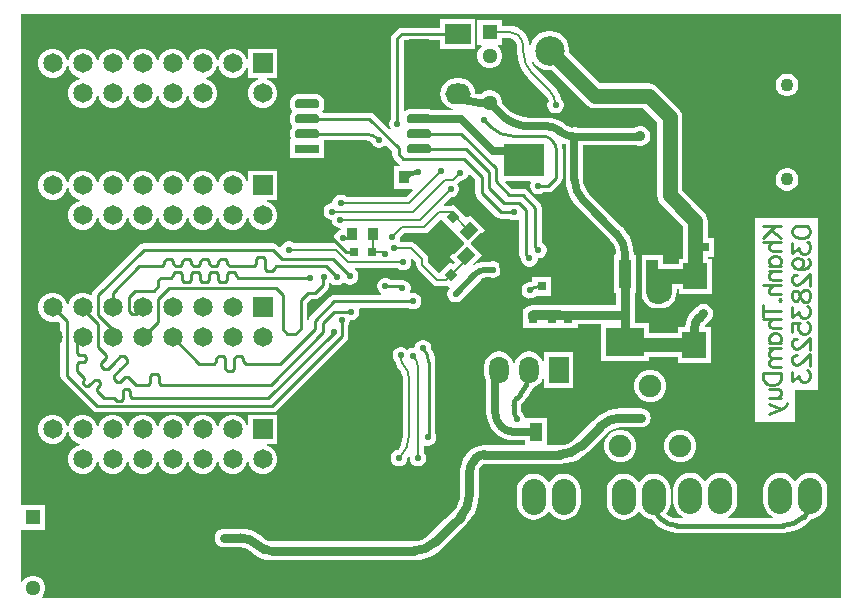
<source format=gbl>
G04*
G04 #@! TF.GenerationSoftware,Altium Limited,Altium Designer,21.0.8 (223)*
G04*
G04 Layer_Physical_Order=2*
G04 Layer_Color=16711680*
%FSTAX24Y24*%
%MOIN*%
G70*
G04*
G04 #@! TF.SameCoordinates,2867BDE3-1686-46F1-8F54-3A33D440E248*
G04*
G04*
G04 #@! TF.FilePolarity,Positive*
G04*
G01*
G75*
%ADD14C,0.0150*%
%ADD16C,0.0100*%
%ADD23R,0.0400X0.0591*%
%ADD24R,0.0787X0.0866*%
%ADD40R,0.0315X0.0315*%
%ADD41R,0.0350X0.0433*%
%ADD42R,0.0315X0.0315*%
%ADD84C,0.0080*%
%ADD85C,0.0200*%
%ADD88C,0.0250*%
%ADD89C,0.0300*%
%ADD90C,0.0650*%
%ADD91R,0.0650X0.0650*%
%ADD92C,0.0984*%
%ADD93O,0.0800X0.1200*%
%ADD94O,0.1800X0.1000*%
%ADD95C,0.0550*%
%ADD96C,0.0750*%
%ADD97R,0.0650X0.0900*%
%ADD98O,0.0650X0.0900*%
%ADD99O,0.0850X0.0700*%
%ADD100R,0.0850X0.0700*%
%ADD101C,0.0512*%
%ADD102R,0.0512X0.0512*%
%ADD103C,0.0230*%
%ADD104C,0.0433*%
%ADD105C,0.0300*%
%ADD106C,0.0350*%
G04:AMPARAMS|DCode=107|XSize=30mil|YSize=80mil|CornerRadius=7.5mil|HoleSize=0mil|Usage=FLASHONLY|Rotation=270.000|XOffset=0mil|YOffset=0mil|HoleType=Round|Shape=RoundedRectangle|*
%AMROUNDEDRECTD107*
21,1,0.0300,0.0650,0,0,270.0*
21,1,0.0150,0.0800,0,0,270.0*
1,1,0.0150,-0.0325,-0.0075*
1,1,0.0150,-0.0325,0.0075*
1,1,0.0150,0.0325,0.0075*
1,1,0.0150,0.0325,-0.0075*
%
%ADD107ROUNDEDRECTD107*%
%ADD108R,0.0800X0.0300*%
G04:AMPARAMS|DCode=109|XSize=39.4mil|YSize=47.2mil|CornerRadius=0mil|HoleSize=0mil|Usage=FLASHONLY|Rotation=135.000|XOffset=0mil|YOffset=0mil|HoleType=Round|Shape=Rectangle|*
%AMROTATEDRECTD109*
4,1,4,0.0306,0.0028,-0.0028,-0.0306,-0.0306,-0.0028,0.0028,0.0306,0.0306,0.0028,0.0*
%
%ADD109ROTATEDRECTD109*%

%ADD110R,0.1299X0.0945*%
%ADD111R,0.0394X0.0945*%
%ADD112R,0.1378X0.1102*%
%ADD113P,0.0445X4X180.0*%
%ADD114P,0.0445X4X270.0*%
%ADD115C,0.0500*%
%ADD116C,0.0450*%
G36*
X078139Y015564D02*
X051518D01*
X051497Y015614D01*
X051533Y01565D01*
X051588Y015745D01*
X051616Y01585D01*
Y01596D01*
X051588Y016066D01*
X051533Y016161D01*
X051455Y016238D01*
X051361Y016293D01*
X051255Y016321D01*
X051145D01*
X051039Y016293D01*
X050945Y016238D01*
X050867Y016161D01*
X050844Y016121D01*
X050794Y016134D01*
Y017851D01*
X051616D01*
Y018683D01*
X050794D01*
X050794Y034985D01*
X050798Y035003D01*
X050825Y035035D01*
X078139D01*
Y015564D01*
D02*
G37*
%LPC*%
G36*
X065955Y034885D02*
X064785D01*
Y034589D01*
X063495D01*
X063413Y034573D01*
X063344Y034526D01*
X063199Y034381D01*
X063152Y034312D01*
X063136Y03423D01*
Y031545D01*
X06313Y031539D01*
X063094Y031476D01*
X063075Y031406D01*
Y031334D01*
X063094Y031264D01*
X063127Y031207D01*
X063087Y031176D01*
X062565Y031698D01*
X062496Y031744D01*
X062414Y03176D01*
X060872D01*
X060845Y0318D01*
X060844Y031802D01*
X060896Y031879D01*
X060914Y031971D01*
Y032121D01*
X060896Y032213D01*
X060844Y032291D01*
X060766Y032343D01*
X060675Y032361D01*
X060025D01*
X059933Y032343D01*
X059855Y032291D01*
X059803Y032213D01*
X059785Y032121D01*
Y031971D01*
X059803Y031879D01*
X059855Y031802D01*
Y031791D01*
X059803Y031713D01*
X059785Y031621D01*
Y031471D01*
X059803Y031379D01*
X059833Y031336D01*
X059853Y031296D01*
X059833Y031257D01*
X059803Y031213D01*
X059785Y031121D01*
Y030971D01*
X059798Y030906D01*
X05979Y030856D01*
X05979D01*
X05979Y030856D01*
Y030236D01*
X06091D01*
Y030832D01*
X062276D01*
X062286Y030834D01*
X062395Y030819D01*
X062483Y030783D01*
X062494Y030744D01*
X06253Y030681D01*
X062581Y03063D01*
X062644Y030594D01*
X062714Y030575D01*
X062786D01*
X062856Y030594D01*
X062919Y03063D01*
X062938Y030649D01*
X063007Y03065D01*
X063181Y030477D01*
Y030361D01*
X063197Y030279D01*
X063243Y03021D01*
X063404Y030049D01*
X063442Y030023D01*
X063427Y029973D01*
X06325D01*
Y02922D01*
X063851D01*
X063872Y02917D01*
X063656Y028954D01*
X061653D01*
X061637Y02897D01*
X061574Y029006D01*
X061505Y029025D01*
X061432D01*
X061362Y029006D01*
X061299Y02897D01*
X061248Y028919D01*
X061212Y028856D01*
X061193Y028786D01*
Y028735D01*
X061144D01*
X061074Y028716D01*
X061011Y02868D01*
X06096Y028629D01*
X060924Y028566D01*
X060905Y028496D01*
Y028424D01*
X060924Y028354D01*
X06096Y028291D01*
X061011Y02824D01*
X061074Y028204D01*
X061144Y028185D01*
X061165D01*
Y028154D01*
X061184Y028084D01*
X06122Y028021D01*
X061271Y02797D01*
X061334Y027934D01*
X061404Y027915D01*
X06144D01*
X061478Y027866D01*
X061477Y02786D01*
X061424Y027846D01*
X061361Y02781D01*
X06131Y027759D01*
X061274Y027696D01*
X061255Y027626D01*
Y027554D01*
X061274Y027484D01*
X061297Y027444D01*
X06127Y027394D01*
X059925D01*
X059909Y02741D01*
X059846Y027446D01*
X059776Y027465D01*
X059704D01*
X059634Y027446D01*
X059571Y02741D01*
X05952Y027359D01*
X059484Y027296D01*
X059479Y027279D01*
X059423Y027264D01*
X059346Y027341D01*
X059277Y027388D01*
X059195Y027404D01*
X0549D01*
X054818Y027388D01*
X054749Y027341D01*
X053239Y025831D01*
X053192Y025762D01*
X053181Y025705D01*
X053133Y025679D01*
X053126Y025679D01*
X053057Y025719D01*
X052934Y025752D01*
X052806D01*
X052683Y025719D01*
X052572Y025655D01*
X052482Y025564D01*
X052418Y025454D01*
X052396Y025371D01*
X052344D01*
X052322Y025454D01*
X052258Y025564D01*
X052168Y025655D01*
X052057Y025719D01*
X051934Y025752D01*
X051806D01*
X051683Y025719D01*
X051572Y025655D01*
X051482Y025564D01*
X051418Y025454D01*
X051385Y025331D01*
Y025203D01*
X051418Y025079D01*
X051482Y024969D01*
X051572Y024879D01*
X051683Y024815D01*
X051806Y024782D01*
X051934D01*
X052027Y024807D01*
X052126Y024708D01*
Y02299D01*
X052142Y022908D01*
X052189Y022839D01*
X053199Y021829D01*
X053268Y021782D01*
X05335Y021766D01*
X05918D01*
X059262Y021782D01*
X059331Y021829D01*
X061651Y024149D01*
X061698Y024218D01*
X061714Y0243D01*
Y024655D01*
X06172Y024661D01*
X061756Y024724D01*
X061775Y024794D01*
Y024835D01*
X061781Y02484D01*
X061854D01*
X061924Y024859D01*
X061986Y024895D01*
X062038Y024946D01*
X062074Y025009D01*
X062092Y025079D01*
Y025151D01*
X062078Y025206D01*
X062105Y025256D01*
X063705D01*
X063711Y02525D01*
X063774Y025214D01*
X063844Y025195D01*
X063916D01*
X063986Y025214D01*
X064049Y02525D01*
X0641Y025301D01*
X064136Y025364D01*
X064155Y025434D01*
Y025506D01*
X064136Y025576D01*
X0641Y025639D01*
X064049Y02569D01*
X063986Y025727D01*
X063916Y025745D01*
X063844D01*
X063799Y025733D01*
X063766Y025776D01*
X063776Y025794D01*
X063795Y025864D01*
Y025936D01*
X063776Y026006D01*
X06374Y026069D01*
X063689Y02612D01*
X063626Y026156D01*
X063556Y026175D01*
X063484D01*
X063473Y026172D01*
X063415Y026184D01*
X063133D01*
X063127Y02619D01*
X063065Y026226D01*
X062995Y026245D01*
X062922D01*
X062852Y026226D01*
X06279Y02619D01*
X062739Y026138D01*
X062702Y026076D01*
X062684Y026006D01*
Y025933D01*
X062702Y025863D01*
X062739Y025801D01*
X06279Y025749D01*
X062816Y025734D01*
X062803Y025684D01*
X06126D01*
X061178Y025668D01*
X061109Y025622D01*
X060449Y024961D01*
X060402Y024892D01*
X060394Y024851D01*
X060344Y024856D01*
Y025411D01*
X060469Y025536D01*
X06061D01*
X060692Y025552D01*
X060761Y025599D01*
X061027Y025864D01*
X061073Y025933D01*
X061089Y026015D01*
Y026061D01*
X061131Y02609D01*
X061161Y02606D01*
X061224Y026024D01*
X061294Y026005D01*
X061366D01*
X061436Y026024D01*
X061499Y02606D01*
X06155Y026111D01*
X061576Y026115D01*
X061611Y02608D01*
X061674Y026044D01*
X061744Y026025D01*
X061816D01*
X061886Y026044D01*
X061949Y02608D01*
X062Y026131D01*
X062036Y026194D01*
X062055Y026264D01*
Y026336D01*
X062036Y026406D01*
X062Y026469D01*
X061949Y02652D01*
X061938Y026526D01*
X061952Y026576D01*
X063365D01*
X063381Y02656D01*
X063444Y026524D01*
X063514Y026505D01*
X063586D01*
X063656Y026524D01*
X063719Y02656D01*
X06377Y026611D01*
X063806Y026674D01*
X063825Y026744D01*
Y026816D01*
X063806Y026886D01*
X063848Y026913D01*
X063981Y026781D01*
Y026675D01*
X063997Y026597D01*
X064041Y026531D01*
X064536Y026036D01*
X064602Y025992D01*
X06468Y025976D01*
X064978D01*
X065025Y025986D01*
X0651Y025911D01*
X065074Y025885D01*
X065037Y025823D01*
X065019Y025753D01*
Y02568D01*
X065037Y02561D01*
X065074Y025547D01*
X065125Y025496D01*
X065188Y02546D01*
X065257Y025441D01*
X06533D01*
X0654Y02546D01*
X065463Y025496D01*
X065514Y025547D01*
X065538Y02559D01*
X066098Y02615D01*
X066133Y026185D01*
X066189Y026227D01*
X066254Y026254D01*
X066324Y026264D01*
Y026264D01*
X06646D01*
X066508Y026251D01*
X06658D01*
X06665Y02627D01*
X066713Y026306D01*
X066764Y026357D01*
X066801Y02642D01*
X066819Y02649D01*
Y026562D01*
X066801Y026632D01*
X066764Y026695D01*
X066713Y026746D01*
X06665Y026782D01*
X06658Y026801D01*
X066508D01*
X06646Y026788D01*
X066324D01*
Y02679D01*
X066169Y026775D01*
X066019Y026729D01*
X065906Y026669D01*
X065876Y02671D01*
X066177Y02701D01*
X065815Y027372D01*
X066288Y027845D01*
X065784Y02835D01*
X065706Y028273D01*
X065645Y028282D01*
X065209Y028718D01*
X065135Y028644D01*
X065133Y028644D01*
X064918D01*
X064899Y02869D01*
X065143Y028935D01*
X065166D01*
X065236Y028954D01*
X065299Y02899D01*
X06535Y029041D01*
X065386Y029104D01*
X065405Y029174D01*
Y029246D01*
X065386Y029316D01*
X06535Y029379D01*
X065349Y02938D01*
X065453Y029485D01*
X065476D01*
X065546Y029504D01*
X065609Y02954D01*
X06566Y029591D01*
X065696Y029654D01*
X065706Y02969D01*
X065762Y029705D01*
X065959Y029508D01*
Y029077D01*
X065975Y028995D01*
X066022Y028925D01*
X066659Y028289D01*
X066728Y028242D01*
X06681Y028226D01*
X067075D01*
X067081Y02822D01*
X067144Y028184D01*
X067214Y028165D01*
X067286D01*
X067356Y028184D01*
X067373Y028193D01*
X067416Y028168D01*
Y027026D01*
X067432Y026944D01*
X067479Y026875D01*
X067485Y026869D01*
Y02686D01*
X067504Y02679D01*
X06754Y026727D01*
X067591Y026676D01*
X067654Y02664D01*
X067724Y026621D01*
X067796D01*
X067866Y02664D01*
X067929Y026676D01*
X06798Y026727D01*
X068016Y02679D01*
X068035Y02686D01*
Y026895D01*
X068096D01*
X068166Y026914D01*
X068229Y02695D01*
X06828Y027001D01*
X068316Y027064D01*
X068335Y027134D01*
Y027206D01*
X068316Y027276D01*
X06828Y027339D01*
X068229Y02739D01*
X068171Y027423D01*
Y028593D01*
X068155Y028675D01*
X068108Y028744D01*
X067696Y029156D01*
X067627Y029203D01*
X067545Y029219D01*
X067174D01*
X06696Y029433D01*
X066979Y029479D01*
X06778D01*
X067805Y029436D01*
X067794Y029416D01*
X067775Y029346D01*
Y029274D01*
X067794Y029204D01*
X06783Y029141D01*
X067881Y02909D01*
X067944Y029054D01*
X068014Y029035D01*
X068086D01*
X068156Y029054D01*
X068219Y02909D01*
X068225Y029096D01*
X06838D01*
X068462Y029112D01*
X068531Y029159D01*
X068811Y029439D01*
X068858Y029508D01*
X068874Y02959D01*
Y03048D01*
X068873Y030487D01*
X06886Y03062D01*
X068832Y03071D01*
X068873Y030747D01*
X068929Y030724D01*
X068973Y030714D01*
Y029537D01*
X068971D01*
X068987Y029335D01*
X069034Y029139D01*
X069112Y028952D01*
X069217Y028779D01*
X069349Y028626D01*
X06935Y028627D01*
X070454Y027523D01*
X070457Y02752D01*
X070543Y027415D01*
X070609Y027292D01*
X07065Y027158D01*
X070659Y027064D01*
X070615Y027014D01*
X070593D01*
Y025749D01*
X070637D01*
Y025334D01*
X06806D01*
X068036Y025331D01*
X067867D01*
X067848Y025331D01*
X067833Y025328D01*
X067817D01*
X06778Y02532D01*
X067765Y025314D01*
X06775Y025311D01*
X067716Y025297D01*
X067702Y025288D01*
X067687Y025282D01*
X067657Y025261D01*
X067645Y02525D01*
X067632Y025241D01*
X067619Y025228D01*
X067619Y025228D01*
X067619Y025228D01*
X067619Y025228D01*
X067613Y025222D01*
X067604Y025208D01*
X067598Y025203D01*
X067546D01*
Y025062D01*
X067545Y025059D01*
X067545Y02505D01*
X067545Y024868D01*
X067546Y024864D01*
Y024568D01*
X068181D01*
Y024568D01*
X068182D01*
Y024568D01*
X068817D01*
Y024572D01*
X069377D01*
Y024708D01*
X07014D01*
Y023466D01*
X07176D01*
Y023622D01*
X072706D01*
Y023417D01*
X073814D01*
Y024603D01*
X073621D01*
X073598Y024653D01*
X073625Y024693D01*
X073628Y024696D01*
X073781Y024849D01*
X073831Y024914D01*
X073862Y024989D01*
X073873Y02507D01*
X073862Y025151D01*
X073831Y025226D01*
X073781Y025291D01*
X073716Y025341D01*
X073641Y025372D01*
X07356Y025383D01*
X073479Y025372D01*
X073404Y025341D01*
X073339Y025291D01*
X073186Y025138D01*
X073185Y025139D01*
X073083Y025015D01*
X073008Y024874D01*
X072962Y024722D01*
X07295Y024603D01*
X072706D01*
Y024398D01*
X07176D01*
Y024731D01*
X071263D01*
Y025021D01*
Y025749D01*
X071307D01*
Y027014D01*
X071287D01*
X071239Y027019D01*
X071223Y02722D01*
X071176Y027417D01*
X071098Y027604D01*
X070993Y027776D01*
X070861Y02793D01*
X07086Y027929D01*
X07086Y027929D01*
X069756Y029033D01*
X069753Y029036D01*
X069667Y029141D01*
X069601Y029264D01*
X06956Y029398D01*
X069547Y029533D01*
X069547Y029537D01*
Y030673D01*
X071313D01*
X071321Y030668D01*
X071406Y030645D01*
X071494D01*
X071579Y030668D01*
X071656Y030712D01*
X071718Y030775D01*
X071762Y030851D01*
X071785Y030936D01*
Y031024D01*
X071762Y03111D01*
X071718Y031186D01*
X071656Y031248D01*
X071579Y031293D01*
X071494Y031315D01*
X071406D01*
X071321Y031293D01*
X071244Y031248D01*
X071243Y031247D01*
X069382D01*
X06938Y031249D01*
X069301Y03127D01*
X069219D01*
X069172Y031257D01*
X069132Y031263D01*
X069012Y031312D01*
X068932Y031374D01*
X068859Y031433D01*
X068699Y031519D01*
X068525Y031572D01*
X068344Y031589D01*
Y031587D01*
X067774D01*
X06777Y031587D01*
X067605Y0316D01*
X067441Y031639D01*
X067285Y031704D01*
X067141Y031792D01*
X067015Y031899D01*
X067013Y031902D01*
X066846Y03207D01*
Y032134D01*
X066818Y032239D01*
X066763Y032334D01*
X066685Y032412D01*
X066591Y032466D01*
X066485Y032495D01*
X066375D01*
X066269Y032466D01*
X066175Y032412D01*
X066129Y032366D01*
X06609D01*
X066086Y032366D01*
X065965Y032378D01*
X065959Y032385D01*
X065942Y032518D01*
X06589Y032642D01*
X065809Y032749D01*
X065702Y03283D01*
X065578Y032882D01*
X065445Y032899D01*
X065295D01*
X065162Y032882D01*
X065038Y03283D01*
X064931Y032749D01*
X06485Y032642D01*
X064798Y032518D01*
X064781Y032385D01*
X064798Y032252D01*
X06485Y032128D01*
X064931Y032021D01*
X065038Y03194D01*
X065162Y031888D01*
X065196Y031884D01*
X065193Y031834D01*
X0645D01*
X064487Y031843D01*
X064395Y031861D01*
X063745D01*
X063654Y031843D01*
X063614Y031816D01*
X063564Y031843D01*
Y034141D01*
X063584Y034161D01*
X064785D01*
Y033865D01*
X065955D01*
Y034885D01*
D02*
G37*
G36*
X057934Y033885D02*
X057806D01*
X057683Y033852D01*
X057572Y033788D01*
X057482Y033698D01*
X057418Y033587D01*
X057396Y033504D01*
X057344D01*
X057322Y033587D01*
X057258Y033698D01*
X057168Y033788D01*
X057057Y033852D01*
X056934Y033885D01*
X056806D01*
X056683Y033852D01*
X056572Y033788D01*
X056482Y033698D01*
X056418Y033587D01*
X056396Y033504D01*
X056344D01*
X056322Y033587D01*
X056258Y033698D01*
X056168Y033788D01*
X056057Y033852D01*
X055934Y033885D01*
X055806D01*
X055683Y033852D01*
X055572Y033788D01*
X055482Y033698D01*
X055418Y033587D01*
X055396Y033504D01*
X055344D01*
X055322Y033587D01*
X055258Y033698D01*
X055168Y033788D01*
X055057Y033852D01*
X054934Y033885D01*
X054806D01*
X054683Y033852D01*
X054572Y033788D01*
X054482Y033698D01*
X054418Y033587D01*
X054396Y033504D01*
X054344D01*
X054322Y033587D01*
X054258Y033698D01*
X054168Y033788D01*
X054057Y033852D01*
X053934Y033885D01*
X053806D01*
X053683Y033852D01*
X053572Y033788D01*
X053482Y033698D01*
X053418Y033587D01*
X053396Y033504D01*
X053344D01*
X053322Y033587D01*
X053258Y033698D01*
X053168Y033788D01*
X053057Y033852D01*
X052934Y033885D01*
X052806D01*
X052683Y033852D01*
X052572Y033788D01*
X052482Y033698D01*
X052418Y033587D01*
X052396Y033504D01*
X052344D01*
X052322Y033587D01*
X052258Y033698D01*
X052168Y033788D01*
X052057Y033852D01*
X051934Y033885D01*
X051806D01*
X051683Y033852D01*
X051572Y033788D01*
X051482Y033698D01*
X051418Y033587D01*
X051385Y033464D01*
Y033336D01*
X051418Y033213D01*
X051482Y033102D01*
X051572Y033012D01*
X051683Y032948D01*
X051806Y032915D01*
X051934D01*
X052057Y032948D01*
X052168Y033012D01*
X052258Y033102D01*
X052322Y033213D01*
X052344Y033296D01*
X052396D01*
X052418Y033213D01*
X052482Y033102D01*
X052572Y033012D01*
X052683Y032948D01*
X052766Y032926D01*
Y032874D01*
X052683Y032852D01*
X052572Y032788D01*
X052482Y032698D01*
X052418Y032587D01*
X052385Y032464D01*
Y032336D01*
X052418Y032213D01*
X052482Y032102D01*
X052572Y032012D01*
X052683Y031948D01*
X052806Y031915D01*
X052934D01*
X053057Y031948D01*
X053168Y032012D01*
X053258Y032102D01*
X053322Y032213D01*
X053344Y032296D01*
X053396D01*
X053418Y032213D01*
X053482Y032102D01*
X053572Y032012D01*
X053683Y031948D01*
X053806Y031915D01*
X053934D01*
X054057Y031948D01*
X054168Y032012D01*
X054258Y032102D01*
X054322Y032213D01*
X054344Y032296D01*
X054396D01*
X054418Y032213D01*
X054482Y032102D01*
X054572Y032012D01*
X054683Y031948D01*
X054806Y031915D01*
X054934D01*
X055057Y031948D01*
X055168Y032012D01*
X055258Y032102D01*
X055322Y032213D01*
X055344Y032296D01*
X055396D01*
X055418Y032213D01*
X055482Y032102D01*
X055572Y032012D01*
X055683Y031948D01*
X055806Y031915D01*
X055934D01*
X056057Y031948D01*
X056168Y032012D01*
X056258Y032102D01*
X056322Y032213D01*
X056344Y032296D01*
X056396D01*
X056418Y032213D01*
X056482Y032102D01*
X056572Y032012D01*
X056683Y031948D01*
X056806Y031915D01*
X056934D01*
X057057Y031948D01*
X057168Y032012D01*
X057258Y032102D01*
X057322Y032213D01*
X057355Y032336D01*
Y032464D01*
X057322Y032587D01*
X057258Y032698D01*
X057168Y032788D01*
X057057Y032852D01*
X056974Y032874D01*
Y032926D01*
X057057Y032948D01*
X057168Y033012D01*
X057258Y033102D01*
X057322Y033213D01*
X057344Y033296D01*
X057396D01*
X057418Y033213D01*
X057482Y033102D01*
X057572Y033012D01*
X057683Y032948D01*
X057806Y032915D01*
X057934D01*
X058057Y032948D01*
X058168Y033012D01*
X058258Y033102D01*
X058322Y033213D01*
X058335Y033262D01*
X058385Y033255D01*
Y032915D01*
X058725D01*
X058731Y032865D01*
X058683Y032852D01*
X058572Y032788D01*
X058482Y032698D01*
X058418Y032587D01*
X058385Y032464D01*
Y032336D01*
X058418Y032213D01*
X058482Y032102D01*
X058572Y032012D01*
X058683Y031948D01*
X058806Y031915D01*
X058934D01*
X059057Y031948D01*
X059168Y032012D01*
X059258Y032102D01*
X059322Y032213D01*
X059355Y032336D01*
Y032464D01*
X059322Y032587D01*
X059258Y032698D01*
X059168Y032788D01*
X059057Y032852D01*
X059008Y032865D01*
X059015Y032915D01*
X059355D01*
Y033885D01*
X058385D01*
Y033545D01*
X058335Y033538D01*
X058322Y033587D01*
X058258Y033698D01*
X058168Y033788D01*
X058057Y033852D01*
X057934Y033885D01*
D02*
G37*
G36*
X076394Y033058D02*
X076295D01*
X076199Y033032D01*
X076113Y032982D01*
X076043Y032912D01*
X075993Y032826D01*
X075968Y032731D01*
Y032632D01*
X075993Y032536D01*
X076043Y03245D01*
X076113Y03238D01*
X076199Y03233D01*
X076295Y032305D01*
X076394D01*
X07649Y03233D01*
X076575Y03238D01*
X076645Y03245D01*
X076695Y032536D01*
X076721Y032632D01*
Y032731D01*
X076695Y032826D01*
X076645Y032912D01*
X076575Y032982D01*
X07649Y033032D01*
X076394Y033058D01*
D02*
G37*
G36*
X057934Y029818D02*
X057806D01*
X057683Y029785D01*
X057572Y029721D01*
X057482Y029631D01*
X057418Y029521D01*
X057396Y029438D01*
X057344D01*
X057322Y029521D01*
X057258Y029631D01*
X057168Y029721D01*
X057057Y029785D01*
X056934Y029818D01*
X056806D01*
X056683Y029785D01*
X056572Y029721D01*
X056482Y029631D01*
X056418Y029521D01*
X056396Y029438D01*
X056344D01*
X056322Y029521D01*
X056258Y029631D01*
X056168Y029721D01*
X056057Y029785D01*
X055934Y029818D01*
X055806D01*
X055683Y029785D01*
X055572Y029721D01*
X055482Y029631D01*
X055418Y029521D01*
X055396Y029438D01*
X055344D01*
X055322Y029521D01*
X055258Y029631D01*
X055168Y029721D01*
X055057Y029785D01*
X054934Y029818D01*
X054806D01*
X054683Y029785D01*
X054572Y029721D01*
X054482Y029631D01*
X054418Y029521D01*
X054396Y029438D01*
X054344D01*
X054322Y029521D01*
X054258Y029631D01*
X054168Y029721D01*
X054057Y029785D01*
X053934Y029818D01*
X053806D01*
X053683Y029785D01*
X053572Y029721D01*
X053482Y029631D01*
X053418Y029521D01*
X053396Y029438D01*
X053344D01*
X053322Y029521D01*
X053258Y029631D01*
X053168Y029721D01*
X053057Y029785D01*
X052934Y029818D01*
X052806D01*
X052683Y029785D01*
X052572Y029721D01*
X052482Y029631D01*
X052418Y029521D01*
X052396Y029438D01*
X052344D01*
X052322Y029521D01*
X052258Y029631D01*
X052168Y029721D01*
X052057Y029785D01*
X051934Y029818D01*
X051806D01*
X051683Y029785D01*
X051572Y029721D01*
X051482Y029631D01*
X051418Y029521D01*
X051385Y029397D01*
Y029269D01*
X051418Y029146D01*
X051482Y029036D01*
X051572Y028945D01*
X051683Y028881D01*
X051806Y028848D01*
X051934D01*
X052057Y028881D01*
X052168Y028945D01*
X052258Y029036D01*
X052322Y029146D01*
X052344Y029229D01*
X052396D01*
X052418Y029146D01*
X052482Y029036D01*
X052572Y028945D01*
X052683Y028881D01*
X052766Y028859D01*
Y028807D01*
X052683Y028785D01*
X052572Y028721D01*
X052482Y028631D01*
X052418Y028521D01*
X052385Y028397D01*
Y028269D01*
X052418Y028146D01*
X052482Y028036D01*
X052572Y027945D01*
X052683Y027881D01*
X052806Y027848D01*
X052934D01*
X053057Y027881D01*
X053168Y027945D01*
X053258Y028036D01*
X053322Y028146D01*
X053344Y028229D01*
X053396D01*
X053418Y028146D01*
X053482Y028036D01*
X053572Y027945D01*
X053683Y027881D01*
X053806Y027848D01*
X053934D01*
X054057Y027881D01*
X054168Y027945D01*
X054258Y028036D01*
X054322Y028146D01*
X054344Y028229D01*
X054396D01*
X054418Y028146D01*
X054482Y028036D01*
X054572Y027945D01*
X054683Y027881D01*
X054806Y027848D01*
X054934D01*
X055057Y027881D01*
X055168Y027945D01*
X055258Y028036D01*
X055322Y028146D01*
X055344Y028229D01*
X055396D01*
X055418Y028146D01*
X055482Y028036D01*
X055572Y027945D01*
X055683Y027881D01*
X055806Y027848D01*
X055934D01*
X056057Y027881D01*
X056168Y027945D01*
X056258Y028036D01*
X056322Y028146D01*
X056344Y028229D01*
X056396D01*
X056418Y028146D01*
X056482Y028036D01*
X056572Y027945D01*
X056683Y027881D01*
X056806Y027848D01*
X056934D01*
X057057Y027881D01*
X057168Y027945D01*
X057258Y028036D01*
X057322Y028146D01*
X057344Y028229D01*
X057396D01*
X057418Y028146D01*
X057482Y028036D01*
X057572Y027945D01*
X057683Y027881D01*
X057806Y027848D01*
X057934D01*
X058057Y027881D01*
X058168Y027945D01*
X058258Y028036D01*
X058322Y028146D01*
X058344Y028229D01*
X058396D01*
X058418Y028146D01*
X058482Y028036D01*
X058572Y027945D01*
X058683Y027881D01*
X058806Y027848D01*
X058934D01*
X059057Y027881D01*
X059168Y027945D01*
X059258Y028036D01*
X059322Y028146D01*
X059355Y028269D01*
Y028397D01*
X059322Y028521D01*
X059258Y028631D01*
X059168Y028721D01*
X059057Y028785D01*
X059008Y028798D01*
X059015Y028848D01*
X059355D01*
Y029818D01*
X058385D01*
Y029478D01*
X058335Y029472D01*
X058322Y029521D01*
X058258Y029631D01*
X058168Y029721D01*
X058057Y029785D01*
X057934Y029818D01*
D02*
G37*
G36*
X076394Y029906D02*
X076295D01*
X076199Y02988D01*
X076113Y02983D01*
X076043Y02976D01*
X075993Y029674D01*
X075968Y029579D01*
Y02948D01*
X075993Y029384D01*
X076043Y029298D01*
X076113Y029228D01*
X076199Y029178D01*
X076295Y029153D01*
X076394D01*
X07649Y029178D01*
X076575Y029228D01*
X076645Y029298D01*
X076695Y029384D01*
X076721Y02948D01*
Y029579D01*
X076695Y029674D01*
X076645Y02976D01*
X076575Y02983D01*
X07649Y02988D01*
X076394Y029906D01*
D02*
G37*
G36*
X066846Y034857D02*
X066014D01*
Y034025D01*
X066147D01*
X066163Y033975D01*
X066097Y033909D01*
X066042Y033814D01*
X066014Y033708D01*
Y033599D01*
X066042Y033493D01*
X066097Y033398D01*
X066175Y033321D01*
X066269Y033266D01*
X066375Y033238D01*
X066485D01*
X066591Y033266D01*
X066685Y033321D01*
X066763Y033398D01*
X066818Y033493D01*
X066846Y033599D01*
Y033708D01*
X066818Y033814D01*
X066763Y033909D01*
X066697Y033975D01*
X066713Y034025D01*
X066846D01*
Y034237D01*
X067103D01*
X06711Y034239D01*
X067183Y034224D01*
X067245Y034183D01*
X06725Y034176D01*
X067255Y034173D01*
X067307Y034105D01*
X067342Y03402D01*
X067353Y033935D01*
X067352Y033929D01*
Y033775D01*
X067352Y033773D01*
X067367Y033586D01*
X067411Y033403D01*
X067483Y033228D01*
X067582Y033067D01*
X067704Y032925D01*
X067705Y032923D01*
X068285Y032343D01*
X068293Y032338D01*
X068364Y032245D01*
X068401Y032156D01*
X068374Y032108D01*
X068355Y032039D01*
Y031966D01*
X068374Y031896D01*
X06841Y031833D01*
X068461Y031782D01*
X068524Y031746D01*
X068594Y031727D01*
X068666D01*
X068736Y031746D01*
X068799Y031782D01*
X06885Y031833D01*
X068886Y031896D01*
X068905Y031966D01*
Y032039D01*
X068886Y032108D01*
X06885Y032171D01*
X068805Y032216D01*
X068767Y032343D01*
X068684Y032497D01*
X068574Y032632D01*
X068573Y032631D01*
X067993Y033212D01*
X067985Y033217D01*
X067892Y033331D01*
X067839Y03343D01*
X067841Y033438D01*
X067896Y033446D01*
X067923Y033404D01*
X068014Y033313D01*
X068121Y033242D01*
X06824Y033193D01*
X068366Y033168D01*
X068494D01*
X068497Y033168D01*
X069638Y032028D01*
X069638Y032028D01*
X069723Y031962D01*
X069823Y031921D01*
X06993Y031906D01*
X071559D01*
X072019Y031447D01*
Y028998D01*
X072019Y028998D01*
X072033Y028891D01*
X072074Y028791D01*
X07214Y028705D01*
X072877Y027969D01*
Y026893D01*
X072736D01*
Y026714D01*
X072212D01*
Y027014D01*
X071499D01*
Y026089D01*
X071497Y02608D01*
Y025749D01*
X0715Y025733D01*
Y025717D01*
X071517Y025632D01*
X071523Y025617D01*
X071526Y025601D01*
X071559Y025521D01*
X071568Y025508D01*
X071574Y025493D01*
X071623Y025421D01*
X071634Y02541D01*
X071643Y025396D01*
X071674Y025366D01*
X071695Y025344D01*
X071709Y025335D01*
X07172Y025324D01*
X071771Y02529D01*
X071786Y025284D01*
X071799Y025275D01*
X071856Y025251D01*
X071871Y025248D01*
X071886Y025242D01*
X071946Y02523D01*
X071962D01*
X071978Y025227D01*
X07216D01*
X072175Y02523D01*
X072191D01*
X072257Y025243D01*
X072272Y025249D01*
X072288Y025252D01*
X07235Y025278D01*
X072363Y025287D01*
X072378Y025293D01*
X072434Y025331D01*
X072446Y025342D01*
X072459Y025351D01*
X072483Y025375D01*
X072483Y025375D01*
X072519Y025411D01*
X072528Y025424D01*
X072539Y025436D01*
X072596Y025521D01*
X072602Y025536D01*
X072611Y025549D01*
X072651Y025644D01*
X072654Y02566D01*
X07266Y025675D01*
X07268Y025775D01*
Y025791D01*
X072683Y025807D01*
Y025886D01*
X072736D01*
Y025707D01*
X073844D01*
Y026893D01*
X073704D01*
Y026955D01*
X073912D01*
Y02759D01*
X073704D01*
Y02814D01*
X073704Y02814D01*
X07369Y028247D01*
X073648Y028347D01*
X073583Y028432D01*
X073582Y028432D01*
X072846Y029169D01*
Y031618D01*
X072846Y031618D01*
X072832Y031725D01*
X07279Y031825D01*
X072725Y031911D01*
X072725Y031911D01*
X072023Y032612D01*
X071937Y032678D01*
X071837Y032719D01*
X07173Y032734D01*
X07173Y032734D01*
X070101D01*
X069082Y033753D01*
X069082Y033756D01*
Y033884D01*
X069057Y03401D01*
X069008Y034129D01*
X068937Y034236D01*
X068846Y034327D01*
X068739Y034398D01*
X06862Y034447D01*
X068494Y034472D01*
X068366D01*
X06824Y034447D01*
X068121Y034398D01*
X068014Y034327D01*
X067923Y034236D01*
X067852Y034129D01*
X067803Y03401D01*
X067802Y034007D01*
X067752Y034009D01*
X067745Y034077D01*
X067702Y034219D01*
X067632Y03435D01*
X067539Y034463D01*
X067538Y034465D01*
X06753Y03447D01*
X06749Y034503D01*
X067486Y034509D01*
X067469Y03452D01*
X067444Y034541D01*
X067338Y034597D01*
X067223Y034632D01*
X067112Y034643D01*
X067103Y034645D01*
X066846D01*
Y034857D01*
D02*
G37*
G36*
X068492Y026283D02*
X067857D01*
Y026129D01*
X067849Y026126D01*
X067803Y026102D01*
X067741D01*
X067671Y026083D01*
X067609Y026047D01*
X067558Y025996D01*
X067521Y025933D01*
X067503Y025863D01*
Y02579D01*
X067521Y025721D01*
X067558Y025658D01*
X067609Y025607D01*
X067671Y02557D01*
X067741Y025552D01*
X067814D01*
X067884Y02557D01*
X067946Y025607D01*
X067988Y025648D01*
X068492D01*
Y026283D01*
D02*
G37*
G36*
X064247Y024173D02*
X064174D01*
X064104Y024154D01*
X064041Y024118D01*
X06399Y024067D01*
X063954Y024004D01*
X063945Y023969D01*
X063916Y023925D01*
X063844D01*
X063774Y023906D01*
X063711Y02387D01*
X06369Y023849D01*
X063649Y02389D01*
X063586Y023926D01*
X063516Y023945D01*
X063444D01*
X063374Y023926D01*
X063311Y02389D01*
X06326Y023839D01*
X063224Y023776D01*
X063205Y023706D01*
Y023634D01*
X063224Y023564D01*
X06326Y023501D01*
X063285Y023476D01*
X063294Y023408D01*
X063348Y023278D01*
X063434Y023165D01*
X063434Y023165D01*
X063466Y023128D01*
X063491Y023095D01*
X063526Y023011D01*
X063537Y022927D01*
X063536Y022921D01*
Y020985D01*
X063538Y020976D01*
X063524Y020829D01*
X063478Y020679D01*
X063404Y020541D01*
X063383Y020516D01*
X063374D01*
X063304Y020497D01*
X063241Y020461D01*
X06319Y020409D01*
X063154Y020347D01*
X063135Y020277D01*
Y020204D01*
X063154Y020134D01*
X06319Y020072D01*
X063241Y02002D01*
X063304Y019984D01*
X063374Y019966D01*
X063446D01*
X063516Y019984D01*
X063579Y02002D01*
X06363Y020072D01*
X063666Y020134D01*
X063685Y020204D01*
Y020243D01*
X063714Y020277D01*
X063718Y020283D01*
X063721Y020283D01*
X063765Y020265D01*
Y020204D01*
X063784Y020134D01*
X06382Y020072D01*
X063871Y02002D01*
X063934Y019984D01*
X064004Y019966D01*
X064076D01*
X064146Y019984D01*
X064209Y02002D01*
X06426Y020072D01*
X064296Y020134D01*
X064315Y020204D01*
Y020277D01*
X064296Y020347D01*
X06426Y020409D01*
X064244Y020426D01*
Y020641D01*
X064294Y020672D01*
X064343Y020659D01*
X064415D01*
X064485Y020677D01*
X064548Y020713D01*
X064599Y020765D01*
X064635Y020827D01*
X064654Y020897D01*
Y02097D01*
X064635Y02104D01*
X064614Y021076D01*
Y02344D01*
X064614D01*
X064598Y023608D01*
X064549Y02377D01*
X064485Y023888D01*
Y023934D01*
X064467Y024004D01*
X06443Y024067D01*
X064379Y024118D01*
X064316Y024154D01*
X064247Y024173D01*
D02*
G37*
G36*
X067741Y023794D02*
X067614Y023778D01*
X067497Y023729D01*
X067395Y023651D01*
X067317Y02355D01*
X067269Y023432D01*
X067266Y023414D01*
X067216D01*
X067214Y023432D01*
X067165Y02355D01*
X067087Y023651D01*
X066986Y023729D01*
X066868Y023778D01*
X066741Y023794D01*
X066614Y023778D01*
X066497Y023729D01*
X066395Y023651D01*
X066317Y02355D01*
X066269Y023432D01*
X066252Y023305D01*
Y023055D01*
X066269Y022928D01*
X066317Y02281D01*
X066325Y0228D01*
Y021767D01*
X066323D01*
X066341Y021579D01*
X066396Y021399D01*
X066485Y021232D01*
X066605Y021086D01*
X066606Y021086D01*
X066738Y020978D01*
X066889Y020897D01*
X067052Y020848D01*
X067222Y020831D01*
Y020833D01*
X06762D01*
Y020673D01*
X06626D01*
Y020673D01*
X066119Y02066D01*
X065983Y020618D01*
X065858Y020552D01*
X065748Y020462D01*
X065749Y020461D01*
X065642Y020337D01*
X065556Y020197D01*
X065494Y020045D01*
X065455Y019886D01*
X065442Y019723D01*
X065443D01*
Y019D01*
X065444Y018996D01*
X065431Y018866D01*
X065392Y018736D01*
X065328Y018617D01*
X065273Y018551D01*
X065242Y018514D01*
X064949Y018221D01*
X064949Y018221D01*
X064392Y017664D01*
X064389Y017661D01*
X064288Y017578D01*
X064169Y017514D01*
X06404Y017475D01*
X06391Y017462D01*
X063906Y017463D01*
X059164D01*
X059161Y017462D01*
X059068Y017474D01*
X058979Y017512D01*
X05894Y017541D01*
X058903Y017572D01*
X058903Y017572D01*
X058772Y017684D01*
X058625Y017774D01*
X058466Y01784D01*
X058298Y01788D01*
X058126Y017893D01*
Y017893D01*
X05758D01*
X057499Y017882D01*
X057424Y017851D01*
X057359Y017801D01*
X057309Y017736D01*
X057278Y017661D01*
X057267Y01758D01*
X057278Y017499D01*
X057309Y017424D01*
X057359Y017359D01*
X057424Y017309D01*
X057499Y017278D01*
X05758Y017267D01*
X058126D01*
X058133Y017268D01*
X058249Y017253D01*
X058363Y017206D01*
X058422Y01716D01*
X058459Y017127D01*
X058459Y017127D01*
X05861Y017003D01*
X058782Y016911D01*
X05897Y016854D01*
X059164Y016835D01*
Y016837D01*
X063906D01*
Y016836D01*
X064111Y016852D01*
X064312Y0169D01*
X064502Y016979D01*
X064678Y017087D01*
X064835Y017221D01*
X064834Y017222D01*
X065391Y017779D01*
X065391Y017779D01*
X065649Y018036D01*
X065685Y018071D01*
X065685Y018071D01*
X065819Y018228D01*
X065927Y018403D01*
X066005Y018594D01*
X066054Y018794D01*
X06607Y019D01*
X066068D01*
Y019723D01*
X066068Y019727D01*
X066081Y019831D01*
X066123Y019933D01*
X066161Y019981D01*
X066191Y020019D01*
X066223Y02004D01*
X06626Y020047D01*
Y020047D01*
X068772D01*
Y020046D01*
X068978Y020062D01*
X069178Y02011D01*
X069369Y020189D01*
X069544Y020297D01*
X069701Y020431D01*
X0697Y020432D01*
X070304Y021035D01*
X070338Y02107D01*
X070375Y021101D01*
X070442Y021156D01*
X070561Y02122D01*
X07069Y021259D01*
X07082Y021272D01*
X070824Y021271D01*
X07149D01*
X071571Y021282D01*
X071646Y021313D01*
X071711Y021363D01*
X071761Y021427D01*
X071792Y021503D01*
X071803Y021584D01*
X071792Y021665D01*
X071761Y02174D01*
X071711Y021805D01*
X071646Y021855D01*
X071571Y021886D01*
X07149Y021896D01*
X070824D01*
Y021898D01*
X070619Y021882D01*
X070418Y021833D01*
X070228Y021755D01*
X070052Y021647D01*
X069895Y021513D01*
X069895Y021513D01*
X069861Y021477D01*
X069258Y020874D01*
X069255Y020871D01*
X069155Y020788D01*
X069036Y020724D01*
X068906Y020685D01*
X068776Y020672D01*
X068772Y020673D01*
X06834D01*
Y021575D01*
X06762D01*
X067599Y021617D01*
X067588Y021658D01*
X067552Y02172D01*
X067501Y021772D01*
X06748Y021784D01*
Y022003D01*
X067479Y022007D01*
X067486Y02204D01*
X067505Y022069D01*
X067508Y022071D01*
X067618Y022181D01*
X067621Y022186D01*
X067743Y022329D01*
X067845Y022495D01*
X067884Y022589D01*
X067986Y022631D01*
X068087Y022709D01*
X068165Y02281D01*
X068206Y02291D01*
X068256Y0229D01*
Y02257D01*
X069226D01*
Y02379D01*
X068256D01*
Y02346D01*
X068206Y02345D01*
X068165Y02355D01*
X068087Y023651D01*
X067986Y023729D01*
X067868Y023778D01*
X067741Y023794D01*
D02*
G37*
G36*
X071859Y023172D02*
X071718D01*
X071582Y023135D01*
X07146Y023065D01*
X071361Y022965D01*
X07129Y022843D01*
X071254Y022707D01*
Y022566D01*
X07129Y02243D01*
X071361Y022308D01*
X07146Y022208D01*
X071582Y022138D01*
X071718Y022102D01*
X071859D01*
X071995Y022138D01*
X072117Y022208D01*
X072217Y022308D01*
X072287Y02243D01*
X072324Y022566D01*
Y022707D01*
X072287Y022843D01*
X072217Y022965D01*
X072117Y023065D01*
X071995Y023135D01*
X071859Y023172D01*
D02*
G37*
G36*
X07738Y02825D02*
X07529D01*
Y021451D01*
X07661D01*
Y022523D01*
X07738D01*
Y02825D01*
D02*
G37*
G36*
X059355Y021685D02*
X058385D01*
Y021345D01*
X058335Y021338D01*
X058322Y021387D01*
X058258Y021498D01*
X058168Y021588D01*
X058057Y021652D01*
X057934Y021685D01*
X057806D01*
X057683Y021652D01*
X057572Y021588D01*
X057482Y021498D01*
X057418Y021387D01*
X057396Y021304D01*
X057344D01*
X057322Y021387D01*
X057258Y021498D01*
X057168Y021588D01*
X057057Y021652D01*
X056934Y021685D01*
X056806D01*
X056683Y021652D01*
X056572Y021588D01*
X056482Y021498D01*
X056418Y021387D01*
X056396Y021304D01*
X056344D01*
X056322Y021387D01*
X056258Y021498D01*
X056168Y021588D01*
X056057Y021652D01*
X055934Y021685D01*
X055806D01*
X055683Y021652D01*
X055572Y021588D01*
X055482Y021498D01*
X055418Y021387D01*
X055396Y021304D01*
X055344D01*
X055322Y021387D01*
X055258Y021498D01*
X055168Y021588D01*
X055057Y021652D01*
X054934Y021685D01*
X054806D01*
X054683Y021652D01*
X054572Y021588D01*
X054482Y021498D01*
X054418Y021387D01*
X054396Y021304D01*
X054344D01*
X054322Y021387D01*
X054258Y021498D01*
X054168Y021588D01*
X054057Y021652D01*
X053934Y021685D01*
X053806D01*
X053683Y021652D01*
X053572Y021588D01*
X053482Y021498D01*
X053418Y021387D01*
X053396Y021304D01*
X053344D01*
X053322Y021387D01*
X053258Y021498D01*
X053168Y021588D01*
X053057Y021652D01*
X052934Y021685D01*
X052806D01*
X052683Y021652D01*
X052572Y021588D01*
X052482Y021498D01*
X052418Y021387D01*
X052396Y021304D01*
X052344D01*
X052322Y021387D01*
X052258Y021498D01*
X052168Y021588D01*
X052057Y021652D01*
X051934Y021685D01*
X051806D01*
X051683Y021652D01*
X051572Y021588D01*
X051482Y021498D01*
X051418Y021387D01*
X051385Y021264D01*
Y021136D01*
X051418Y021013D01*
X051482Y020902D01*
X051572Y020812D01*
X051683Y020748D01*
X051806Y020715D01*
X051934D01*
X052057Y020748D01*
X052168Y020812D01*
X052258Y020902D01*
X052322Y021013D01*
X052344Y021096D01*
X052396D01*
X052418Y021013D01*
X052482Y020902D01*
X052572Y020812D01*
X052683Y020748D01*
X052766Y020726D01*
Y020674D01*
X052683Y020652D01*
X052572Y020588D01*
X052482Y020498D01*
X052418Y020387D01*
X052385Y020264D01*
Y020136D01*
X052418Y020013D01*
X052482Y019902D01*
X052572Y019812D01*
X052683Y019748D01*
X052806Y019715D01*
X052934D01*
X053057Y019748D01*
X053168Y019812D01*
X053258Y019902D01*
X053322Y020013D01*
X053344Y020096D01*
X053396D01*
X053418Y020013D01*
X053482Y019902D01*
X053572Y019812D01*
X053683Y019748D01*
X053806Y019715D01*
X053934D01*
X054057Y019748D01*
X054168Y019812D01*
X054258Y019902D01*
X054322Y020013D01*
X054344Y020096D01*
X054396D01*
X054418Y020013D01*
X054482Y019902D01*
X054572Y019812D01*
X054683Y019748D01*
X054806Y019715D01*
X054934D01*
X055057Y019748D01*
X055168Y019812D01*
X055258Y019902D01*
X055322Y020013D01*
X055344Y020096D01*
X055396D01*
X055418Y020013D01*
X055482Y019902D01*
X055572Y019812D01*
X055683Y019748D01*
X055806Y019715D01*
X055934D01*
X056057Y019748D01*
X056168Y019812D01*
X056258Y019902D01*
X056322Y020013D01*
X056344Y020096D01*
X056396D01*
X056418Y020013D01*
X056482Y019902D01*
X056572Y019812D01*
X056683Y019748D01*
X056806Y019715D01*
X056934D01*
X057057Y019748D01*
X057168Y019812D01*
X057258Y019902D01*
X057322Y020013D01*
X057344Y020096D01*
X057396D01*
X057418Y020013D01*
X057482Y019902D01*
X057572Y019812D01*
X057683Y019748D01*
X057806Y019715D01*
X057934D01*
X058057Y019748D01*
X058168Y019812D01*
X058258Y019902D01*
X058322Y020013D01*
X058344Y020096D01*
X058396D01*
X058418Y020013D01*
X058482Y019902D01*
X058572Y019812D01*
X058683Y019748D01*
X058806Y019715D01*
X058934D01*
X059057Y019748D01*
X059168Y019812D01*
X059258Y019902D01*
X059322Y020013D01*
X059355Y020136D01*
Y020264D01*
X059322Y020387D01*
X059258Y020498D01*
X059168Y020588D01*
X059057Y020652D01*
X059008Y020665D01*
X059015Y020715D01*
X059355D01*
Y021685D01*
D02*
G37*
G36*
X072859Y021172D02*
X072718D01*
X072582Y021135D01*
X07246Y021065D01*
X072361Y020965D01*
X07229Y020843D01*
X072254Y020707D01*
Y020566D01*
X07229Y02043D01*
X072361Y020308D01*
X07246Y020208D01*
X072582Y020138D01*
X072718Y020102D01*
X072859D01*
X072995Y020138D01*
X073117Y020208D01*
X073217Y020308D01*
X073287Y02043D01*
X073324Y020566D01*
Y020707D01*
X073287Y020843D01*
X073217Y020965D01*
X073117Y021065D01*
X072995Y021135D01*
X072859Y021172D01*
D02*
G37*
G36*
X070859D02*
X070718D01*
X070582Y021135D01*
X07046Y021065D01*
X070361Y020965D01*
X07029Y020843D01*
X070254Y020707D01*
Y020566D01*
X07029Y02043D01*
X070361Y020308D01*
X07046Y020208D01*
X070582Y020138D01*
X070718Y020102D01*
X070859D01*
X070995Y020138D01*
X071117Y020208D01*
X071217Y020308D01*
X071287Y02043D01*
X071324Y020566D01*
Y020707D01*
X071287Y020843D01*
X071217Y020965D01*
X071117Y021065D01*
X070995Y021135D01*
X070859Y021172D01*
D02*
G37*
G36*
X07712Y019748D02*
X076974Y019729D01*
X076838Y019672D01*
X076721Y019583D01*
X07665Y019491D01*
X07659D01*
X076519Y019583D01*
X076402Y019672D01*
X076266Y019729D01*
X07612Y019748D01*
X075974Y019729D01*
X075838Y019672D01*
X075721Y019583D01*
X075631Y019466D01*
X075574Y019329D01*
X075555Y019183D01*
Y018783D01*
X075574Y018637D01*
X075631Y018501D01*
X075721Y018384D01*
X075838Y018294D01*
X075872Y01828D01*
X075862Y01823D01*
X074378D01*
X074368Y01828D01*
X074402Y018294D01*
X074519Y018384D01*
X074609Y018501D01*
X074666Y018637D01*
X074685Y018783D01*
Y019183D01*
X074666Y019329D01*
X074609Y019466D01*
X074519Y019583D01*
X074402Y019672D01*
X074266Y019729D01*
X07412Y019748D01*
X073974Y019729D01*
X073838Y019672D01*
X073721Y019583D01*
X07365Y019491D01*
X07359D01*
X073519Y019583D01*
X073402Y019672D01*
X073266Y019729D01*
X07312Y019748D01*
X072974Y019729D01*
X072838Y019672D01*
X072721Y019583D01*
X072631Y019466D01*
X072574Y019329D01*
X072555Y019183D01*
Y018783D01*
X072574Y018637D01*
X072631Y018501D01*
X072721Y018384D01*
X072838Y018294D01*
X072872Y01828D01*
X072862Y01823D01*
X072689D01*
X072675Y018227D01*
X072538Y018245D01*
X072397Y018303D01*
X072313Y018368D01*
X072389Y018468D01*
X072446Y018604D01*
X072465Y01875D01*
Y01915D01*
X072446Y019296D01*
X072389Y019432D01*
X072299Y019549D01*
X072182Y019639D01*
X072046Y019696D01*
X0719Y019715D01*
X071754Y019696D01*
X071618Y019639D01*
X071501Y019549D01*
X07143Y019458D01*
X07137D01*
X071299Y019549D01*
X071182Y019639D01*
X071046Y019696D01*
X0709Y019715D01*
X070754Y019696D01*
X070618Y019639D01*
X070501Y019549D01*
X070411Y019432D01*
X070354Y019296D01*
X070335Y01915D01*
Y01875D01*
X070354Y018604D01*
X070411Y018468D01*
X070501Y018351D01*
X070618Y018261D01*
X070754Y018204D01*
X0709Y018185D01*
X071046Y018204D01*
X071182Y018261D01*
X071299Y018351D01*
X07137Y018442D01*
X07143D01*
X071501Y018351D01*
X071618Y018261D01*
X071754Y018204D01*
X071831Y018194D01*
X071941Y018061D01*
X071941Y018061D01*
X07195Y018054D01*
X072068Y017954D01*
X072209Y017867D01*
X072363Y017804D01*
X072524Y017765D01*
X072678Y017753D01*
X072689Y01775D01*
X076196D01*
X076202Y017752D01*
X07639Y017766D01*
X076579Y017812D01*
X076758Y017886D01*
X076924Y017988D01*
X077067Y01811D01*
X077072Y018113D01*
X077119Y018161D01*
X077119Y018161D01*
X077119Y018161D01*
X077123Y018166D01*
X077172Y018225D01*
X077266Y018238D01*
X077402Y018294D01*
X077519Y018384D01*
X077609Y018501D01*
X077666Y018637D01*
X077685Y018783D01*
Y019183D01*
X077666Y019329D01*
X077609Y019466D01*
X077519Y019583D01*
X077402Y019672D01*
X077266Y019729D01*
X07712Y019748D01*
D02*
G37*
G36*
X0689Y019715D02*
X068754Y019696D01*
X068618Y019639D01*
X068501Y019549D01*
X06843Y019458D01*
X06837D01*
X068299Y019549D01*
X068182Y019639D01*
X068046Y019696D01*
X0679Y019715D01*
X067754Y019696D01*
X067618Y019639D01*
X067501Y019549D01*
X067411Y019432D01*
X067354Y019296D01*
X067335Y01915D01*
Y01875D01*
X067354Y018604D01*
X067411Y018468D01*
X067501Y018351D01*
X067618Y018261D01*
X067754Y018204D01*
X0679Y018185D01*
X068046Y018204D01*
X068182Y018261D01*
X068299Y018351D01*
X06837Y018442D01*
X06843D01*
X068501Y018351D01*
X068618Y018261D01*
X068754Y018204D01*
X0689Y018185D01*
X069046Y018204D01*
X069182Y018261D01*
X069299Y018351D01*
X069389Y018468D01*
X069446Y018604D01*
X069465Y01875D01*
Y01915D01*
X069446Y019296D01*
X069389Y019432D01*
X069299Y019549D01*
X069182Y019639D01*
X069046Y019696D01*
X0689Y019715D01*
D02*
G37*
%LPD*%
G36*
X06403Y029811D02*
X064043Y029797D01*
X064064Y029766D01*
X064079Y029731D01*
X064086Y029694D01*
Y029675D01*
X06398D01*
X063943Y029673D01*
X063869Y029658D01*
X0638Y02963D01*
X063738Y029588D01*
X06371Y029563D01*
Y029563D01*
X06371D01*
X06371Y029563D01*
X063506Y029813D01*
X063831D01*
X06385Y029814D01*
X063888Y029821D01*
X063924Y029836D01*
X063956Y029857D01*
X06397Y02987D01*
Y02987D01*
X06403Y029811D01*
D02*
G37*
G36*
X065209Y02782D02*
X065209Y02782D01*
X065223Y02779D01*
X065223Y02779D01*
X065585Y027428D01*
X065112Y026955D01*
X065288Y026779D01*
X065209Y0267D01*
X065129Y02678D01*
X064748Y0264D01*
X064389Y026759D01*
Y026865D01*
X064373Y026943D01*
X064329Y027009D01*
X063954Y027384D01*
X063888Y027428D01*
X06381Y027444D01*
X063459D01*
X063429Y027491D01*
X063436Y027504D01*
X063455Y027574D01*
Y027597D01*
X063594Y027736D01*
X06425D01*
X064328Y027752D01*
X064394Y027796D01*
X064813Y028215D01*
X065209Y02782D01*
D02*
G37*
G36*
X067867Y025168D02*
X068874D01*
X067708Y024868D01*
X067708Y02505D01*
Y02505D01*
X067708Y025059D01*
X067712Y025076D01*
X067718Y025092D01*
X067728Y025106D01*
X067734Y025113D01*
Y025113D01*
X067747Y025126D01*
X067778Y025146D01*
X067812Y02516D01*
X067848Y025168D01*
X067867Y025168D01*
D02*
G37*
G36*
X072502Y026174D02*
X072511Y026161D01*
X072517Y026146D01*
X07252Y02613D01*
Y026122D01*
Y025859D01*
Y025807D01*
X0725Y025707D01*
X072461Y025612D01*
X072404Y025526D01*
X072367Y02549D01*
X072344Y025466D01*
X072288Y025429D01*
X072225Y025403D01*
X07216Y02539D01*
X071978D01*
X071918Y025402D01*
X071861Y025425D01*
X071811Y025459D01*
X071789Y025481D01*
X071758Y025512D01*
X07171Y025584D01*
X071677Y025664D01*
X07166Y025749D01*
Y025792D01*
Y02608D01*
X072496Y02618D01*
X072502Y026174D01*
D02*
G37*
D14*
X06724Y021773D02*
G03*
X067332Y021551I000313J0D01*
G01*
X07095Y024098D02*
G03*
X0708Y02446I-000511J0D01*
G01*
X067448Y02235D02*
G03*
X067741Y023057I-000707J000707D01*
G01*
X067338Y022241D02*
G03*
X06724Y022003I000238J-000238D01*
G01*
X076196Y01799D02*
G03*
X076903Y018283I0J001D01*
G01*
X07211Y01823D02*
G03*
X072689Y01799I000579J000579D01*
G01*
X0719Y018737D02*
G03*
X07211Y01823I000717J0D01*
G01*
X07695Y01833D02*
G03*
X07712Y01874I-00041J00041D01*
G01*
X06724Y021773D02*
Y022003D01*
X067338Y022241D02*
X067448Y02235D01*
X067741Y023057D02*
Y02318D01*
X076903Y018283D02*
X07695Y01833D01*
X072689Y01799D02*
X076196D01*
X0719Y018737D02*
Y01895D01*
X07712Y01874D02*
Y018983D01*
D16*
X066488Y031265D02*
G03*
X067196Y030972I000707J000707D01*
G01*
X068499Y03085D02*
G03*
X068204Y030972I-000295J-000295D01*
G01*
X06866Y03048D02*
G03*
X068512Y030837I-000505J0D01*
G01*
X066132Y025658D02*
G03*
X066559Y025481I000427J000427D01*
G01*
X065933D02*
G03*
X065676Y025375I0J-000364D01*
G01*
X065548Y025322D02*
G03*
X065676Y025375I0J000181D01*
G01*
X064401Y025614D02*
G03*
X065108Y025322I000707J000707D01*
G01*
X063962Y026053D02*
G03*
X063255Y026346I-000707J-000707D01*
G01*
X05981Y029326D02*
G03*
X059517Y030033I-001J0D01*
G01*
X060961Y029597D02*
G03*
X060254Y029304I0J-001D01*
G01*
X066997Y02569D02*
G03*
X067501Y025481I000504J000504D01*
G01*
X066254Y027399D02*
G03*
X066118Y027456I-000136J-000136D01*
G01*
X060109Y033046D02*
G03*
X059877Y03295I0J-000328D01*
G01*
D02*
G03*
X059594Y032266I000684J-000684D01*
G01*
X0594Y0315D02*
G03*
X059594Y031969I-000469J000469D01*
G01*
X0594Y0315D02*
G03*
X05921Y031041I000459J-000459D01*
G01*
Y030694D02*
G03*
X05946Y03009I000854J0D01*
G01*
X05981Y028546D02*
G03*
X059973Y028153I000556J0D01*
G01*
X060023Y028103D02*
G03*
X06073Y02781I000707J000707D01*
G01*
X06275Y03085D02*
G03*
X062276Y031046I-000474J-000474D01*
G01*
X051594Y01758D02*
G03*
X05187Y018247I-000667J000667D01*
G01*
X051352Y01748D02*
G03*
X051594Y01758I0J000341D01*
G01*
X07432Y021654D02*
G03*
X074613Y020947I001J0D01*
G01*
X075057Y020503D02*
G03*
X075764Y02021I000707J000707D01*
G01*
X076174D02*
G03*
X075467Y019917I0J-001D01*
G01*
X07784Y019341D02*
G03*
X07765Y0198I-000649J0D01*
G01*
X077533Y019917D02*
G03*
X076826Y02021I-000707J-000707D01*
G01*
X07528Y01973D02*
G03*
X07512Y019344I000386J-000386D01*
G01*
X077547Y01741D02*
G03*
X07784Y018117I-000707J000707D01*
G01*
X0699Y01895D02*
G03*
X06989Y018926I000024J-000024D01*
G01*
X070193Y019693D02*
G03*
X0699Y018986I000707J-000707D01*
G01*
X072496Y021959D02*
G03*
X072789Y022666I-000707J000707D01*
G01*
X072253Y021716D02*
G03*
X07196Y021009I000707J-000707D01*
G01*
X07182Y02008D02*
G03*
X07196Y020419I-000339J000339D01*
G01*
X071434Y01992D02*
G03*
X07182Y02008I0J000546D01*
G01*
X070675Y01992D02*
G03*
X07024Y01974I0J-000615D01*
G01*
X07151Y029065D02*
G03*
X071803Y028358I001J0D01*
G01*
X06681Y026584D02*
G03*
X066627Y027026I-000626J0D01*
G01*
X06681Y026142D02*
G03*
X066997Y02569I000639J0D01*
G01*
X068112Y025965D02*
G03*
X067778Y025827I0J-000473D01*
G01*
X0644Y02344D02*
G03*
X06421Y023898I-000648J0D01*
G01*
X07363Y030044D02*
Y03019D01*
X073625Y030039D02*
X07363Y030044D01*
X065383Y032372D02*
X065676Y032079D01*
X06537Y032385D02*
X065383Y032372D01*
X066254Y0315D02*
X066488Y031265D01*
X067196Y030972D02*
X068204D01*
X068499Y03085D02*
X068512Y030837D01*
X06866Y02959D02*
Y03048D01*
X066559Y025481D02*
X067501D01*
X065933D02*
X066559D01*
X065108Y025322D02*
X065548D01*
X063962Y026053D02*
X064401Y025614D01*
X062962Y026346D02*
X063255D01*
X05981Y02886D02*
Y029326D01*
Y028546D02*
Y02886D01*
X060254Y029304D01*
X060961Y029597D02*
X062915D01*
X067501Y025481D02*
X067863D01*
X060109Y033046D02*
X06035D01*
Y033546D01*
Y032546D02*
Y033046D01*
X059594Y031969D02*
Y032266D01*
X05946Y03009D02*
X059517Y030033D01*
X05921Y030694D02*
Y031041D01*
X059973Y028153D02*
X060023Y028103D01*
X06073Y02781D02*
X06117D01*
X06035Y031046D02*
X062276D01*
X05187Y018247D02*
Y019896D01*
Y0202D01*
X0512Y01748D02*
X051352D01*
X068783Y021123D02*
Y02186D01*
X06878Y02112D02*
X068783Y021123D01*
X062959Y02597D02*
X063415D01*
X06038Y02575D02*
X06061D01*
X06013Y0255D02*
X06038Y02575D01*
X06061D02*
X060875Y026015D01*
X06013Y02455D02*
Y0255D01*
X060875Y026015D02*
Y026245D01*
X0609Y02627D01*
X0606Y02481D02*
X06126Y02547D01*
X06388D01*
X06989Y01695D02*
Y018926D01*
X07432Y021654D02*
Y02348D01*
X074613Y020947D02*
X075057Y020503D01*
X076174Y02021D02*
X076826D01*
X075764D02*
X076174D01*
X077533Y019917D02*
X07765Y0198D01*
X07528Y01973D02*
X075467Y019917D01*
X07512Y018983D02*
Y019344D01*
X07784Y018117D02*
Y019341D01*
X07712Y016983D02*
X077547Y01741D01*
X0699Y01895D02*
Y018986D01*
X072253Y021716D02*
X072496Y021959D01*
X070675Y01992D02*
X071434D01*
X070193Y019693D02*
X07024Y01974D01*
X072789Y022666D02*
Y023325D01*
X07196Y020419D02*
Y021009D01*
X07151Y029065D02*
Y03022D01*
X071803Y028358D02*
X07196Y028201D01*
X068765Y025965D02*
X06944D01*
X06681Y026142D02*
Y026584D01*
X066254Y027399D02*
X066627Y027026D01*
X068112Y025965D02*
X068175D01*
X0644Y020955D02*
Y02344D01*
X064379Y020934D02*
X0644Y020955D01*
X070044Y026112D02*
Y026382D01*
X069898Y025965D02*
X070044Y026112D01*
X06944Y025965D02*
X069898D01*
X0699Y03025D02*
X07148D01*
X07151Y03022D01*
X06407Y034046D02*
X064751Y033365D01*
X06117Y027571D02*
Y02781D01*
Y027571D02*
X061641Y0271D01*
X061729Y02759D02*
X061859Y02772D01*
X06153Y02759D02*
X061729D01*
X061641Y0271D02*
X061925D01*
X0644Y02746D02*
X064791Y027851D01*
X0644Y02739D02*
Y02746D01*
X06643Y033654D02*
X066606D01*
X06838Y02931D02*
X06866Y02959D01*
X06805Y02931D02*
X06838D01*
X06681Y02844D02*
X06725D01*
X0664Y02924D02*
X06691Y02873D01*
X06763Y027026D02*
Y028497D01*
X06691Y02873D02*
X067397D01*
X06763Y028497D01*
X066627Y029463D02*
X067085Y029005D01*
X067957Y027273D02*
Y028593D01*
X067085Y029005D02*
X067545D01*
X067957Y028593D01*
X066627Y029463D02*
Y029912D01*
X066173Y029077D02*
X06681Y02844D01*
X066173Y029077D02*
Y029597D01*
X06557Y0302D02*
X066173Y029597D01*
X063556Y0302D02*
X06557D01*
X06407Y030546D02*
X065631D01*
X0664Y02924D02*
Y029778D01*
X065631Y030546D02*
X0664Y029778D01*
X065493Y031046D02*
X066627Y029912D01*
X06407Y031046D02*
X065493D01*
X063395Y030361D02*
X063556Y0302D01*
X063395Y030361D02*
Y030565D01*
X062414Y031546D02*
X063395Y030565D01*
X06035Y031546D02*
X062414D01*
X06763Y027026D02*
X06776Y026896D01*
X067957Y027273D02*
X06806Y02717D01*
X06537Y033365D02*
X065869Y032866D01*
X06643D01*
X064751Y033365D02*
X06537D01*
X06335Y03423D02*
X063495Y034375D01*
X06335Y03137D02*
Y03423D01*
X063495Y034375D02*
X06537D01*
X06407Y033546D02*
Y034046D01*
Y033046D02*
Y033546D01*
Y032546D02*
Y033046D01*
Y032046D02*
Y032546D01*
X06035Y033546D02*
Y034046D01*
X064791Y027851D02*
X065282Y02736D01*
Y027344D02*
Y02736D01*
X064711Y026773D02*
X065282Y027344D01*
X064711Y026749D02*
Y026773D01*
X05996Y02438D02*
X06013Y02455D01*
X05969Y02438D02*
X05996D01*
X05953Y02454D02*
X05969Y02438D01*
X05953Y02454D02*
Y02569D01*
X05574Y02592D02*
X0593D01*
X05953Y02569D01*
X05814Y02663D02*
X05827D01*
X05475D02*
X05517D01*
X055515D01*
X05559Y026705D01*
Y026805D01*
X055665Y02688D01*
X055815D01*
X05589Y026805D01*
Y026705D02*
Y026805D01*
Y026705D02*
X055965Y02663D01*
X056115D01*
X05619Y026705D01*
Y026805D01*
X056265Y02688D01*
X056415D01*
X05649Y026805D01*
Y026705D02*
Y026805D01*
Y026705D02*
X056565Y02663D01*
X056715D01*
X05679Y026705D01*
Y026805D01*
X056865Y02688D01*
X057015D01*
X05709Y026805D01*
Y026705D02*
Y026805D01*
Y026705D02*
X057165Y02663D01*
X057315D01*
X05739Y026705D01*
Y026805D01*
X057465Y02688D01*
X057615D01*
X05769Y026805D01*
Y026705D02*
Y026805D01*
Y026705D02*
X057765Y02663D01*
X05799D01*
X05814D01*
X05387Y02575D02*
X05475Y02663D01*
X05387Y025267D02*
Y02575D01*
X0606Y02455D02*
Y02481D01*
X05944Y02339D02*
X0606Y02455D01*
X05916Y02339D02*
X05944D01*
X056747D02*
X05717D01*
X058295D02*
X05916D01*
X05822Y023465D02*
X058295Y02339D01*
X05822Y023465D02*
Y023565D01*
X058145Y02364D02*
X05822Y023565D01*
X057995Y02364D02*
X058145D01*
X05792Y023565D02*
X057995Y02364D01*
X05792Y02339D02*
Y023565D01*
Y023215D02*
Y02339D01*
X057845Y02314D02*
X05792Y023215D01*
X057695Y02314D02*
X057845D01*
X05762Y023215D02*
X057695Y02314D01*
X05762Y023215D02*
Y02339D01*
Y023565D01*
X057545Y02364D02*
X05762Y023565D01*
X057395Y02364D02*
X057545D01*
X05732Y023565D02*
X057395Y02364D01*
X05732Y023465D02*
Y023565D01*
X057245Y02339D02*
X05732Y023465D01*
X05717Y02339D02*
X057245D01*
X05587Y024267D02*
X056747Y02339D01*
X0544Y025149D02*
Y025612D01*
X054643Y02504D02*
X05487Y025267D01*
X054509Y02504D02*
X054643D01*
X0544Y025149D02*
X054509Y02504D01*
X05524Y02582D02*
X05539Y02597D01*
X054608Y02582D02*
X05524D01*
X0544Y025612D02*
X054608Y02582D01*
X05548Y02626D02*
X05572D01*
X05539Y02597D02*
Y02617D01*
X05548Y02626D01*
X0549Y02719D02*
X059195D01*
X05339Y02568D02*
X0549Y02719D01*
X05339Y025D02*
Y02568D01*
Y025D02*
X05387Y02452D01*
Y024267D02*
Y02452D01*
X06098Y02663D02*
X06133Y02628D01*
X0594Y02663D02*
X06098D01*
X05827D02*
X058575D01*
X05865Y026705D01*
Y026865D01*
X058725Y02694D01*
X058875D01*
X05895Y026865D01*
Y02663D02*
Y026865D01*
Y026555D02*
Y02663D01*
Y026555D02*
X059025Y02648D01*
X059175D01*
X05925Y026555D01*
X059325Y02663D01*
X0594D01*
X0595Y026885D02*
X061195D01*
X059195Y02719D02*
X0595Y026885D01*
X05537Y02555D02*
X05574Y02592D01*
X05537Y024767D02*
Y02555D01*
X05487Y024267D02*
X05537Y024767D01*
X05921Y02626D02*
X06045D01*
X058045D02*
X05921D01*
X05797Y026335D02*
X058045Y02626D01*
X05797Y026335D02*
Y026375D01*
X057895Y02645D02*
X05797Y026375D01*
X057745Y02645D02*
X057895D01*
X05767Y026375D02*
X057745Y02645D01*
X05767Y02626D02*
Y026375D01*
Y026175D02*
Y02626D01*
X057595Y0261D02*
X05767Y026175D01*
X057445Y0261D02*
X057595D01*
X05737Y026175D02*
X057445Y0261D01*
X05737Y026175D02*
Y02626D01*
Y026375D01*
X057295Y02645D02*
X05737Y026375D01*
X057145Y02645D02*
X057295D01*
X05707Y026375D02*
X057145Y02645D01*
X05707Y02626D02*
Y026375D01*
Y026175D02*
Y02626D01*
X056995Y0261D02*
X05707Y026175D01*
X056845Y0261D02*
X056995D01*
X05677Y026175D02*
X056845Y0261D01*
X05677Y026175D02*
Y02626D01*
Y026375D01*
X056695Y02645D02*
X05677Y026375D01*
X056545Y02645D02*
X056695D01*
X05647Y026375D02*
X056545Y02645D01*
X05647Y02626D02*
Y026375D01*
Y026175D02*
Y02626D01*
X056395Y0261D02*
X05647Y026175D01*
X056245Y0261D02*
X056395D01*
X05617Y026175D02*
X056245Y0261D01*
X05617Y026175D02*
Y02626D01*
Y026375D01*
X056095Y02645D02*
X05617Y026375D01*
X055945Y02645D02*
X056095D01*
X05587Y026375D02*
X055945Y02645D01*
X05587Y026335D02*
Y026375D01*
X055795Y02626D02*
X05587Y026335D01*
X05572Y02626D02*
X055795D01*
X05268Y024077D02*
X05287Y024267D01*
X061258Y025115D02*
X061817D01*
X06089Y024747D02*
X061258Y025115D01*
X06089Y02443D02*
Y024747D01*
X05913Y02267D02*
X06089Y02443D01*
X05738Y02267D02*
X05913D01*
X055484D02*
X05738D01*
X055409Y022745D02*
X055484Y02267D01*
X055409Y022745D02*
Y022973D01*
X055334Y023048D02*
X055409Y022973D01*
X055184Y023048D02*
X055334D01*
X055109Y022973D02*
X055184Y023048D01*
X055109Y022745D02*
Y022973D01*
X055034Y02267D02*
X055109Y022745D01*
X054809Y02267D02*
X055034D01*
X054659D02*
X054809D01*
X054547Y022783D02*
X054659Y02267D01*
X054388Y022942D02*
X054547Y022783D01*
X054282Y022942D02*
X054388D01*
X05412Y022781D02*
X054282Y022942D01*
X054014Y022781D02*
X05412D01*
X053908Y022887D02*
X054014Y022781D01*
X053908Y022887D02*
Y022993D01*
X054122Y023207D01*
X054337Y023421D01*
Y023527D01*
X054231Y023633D02*
X054337Y023527D01*
X054125Y023633D02*
X054231D01*
X05391Y023419D02*
X054125Y023633D01*
X053696Y023205D02*
X05391Y023419D01*
X05359Y023205D02*
X053696D01*
X053484Y023311D02*
X05359Y023205D01*
X053484Y023311D02*
Y023417D01*
X053645Y023578D01*
Y023684D01*
X053486Y023843D02*
X053645Y023684D01*
X05338Y023949D02*
X053486Y023843D01*
X05338Y023949D02*
Y02471D01*
X05287Y02522D02*
X05338Y02471D01*
X05268Y02381D02*
Y024077D01*
Y02314D02*
Y023185D01*
Y023372D01*
X052743Y023435D01*
X052906D01*
X052969Y023498D01*
Y023623D01*
X052906Y023685D02*
X052969Y023623D01*
X052743Y023685D02*
X052906D01*
X05268Y023747D02*
X052743Y023685D01*
X05268Y023747D02*
Y02381D01*
X053475Y022345D02*
X05357Y02225D01*
X053343Y022477D02*
X053475Y022345D01*
X053343Y022477D02*
Y022565D01*
X053459Y022681D01*
Y02277D01*
X05337Y022858D02*
X053459Y02277D01*
X053282Y022858D02*
X05337D01*
X053122Y022698D02*
X053282Y022858D01*
X053056Y022633D02*
X053122Y022698D01*
X052968Y022633D02*
X053056D01*
X05288Y022721D02*
X052968Y022633D01*
X05288Y022721D02*
Y022809D01*
X052901Y022831D01*
Y022919D01*
X052768Y023052D02*
X052901Y022919D01*
X05268Y02314D02*
X052768Y023052D01*
X05639Y02225D02*
X05906D01*
X054507D02*
X05639D01*
X054445Y022313D02*
X054507Y02225D01*
X054445Y022313D02*
Y022476D01*
X054383Y022539D02*
X054445Y022476D01*
X054257Y022539D02*
X054383D01*
X054195Y022476D02*
X054257Y022539D01*
X054195Y02225D02*
Y022476D01*
Y022222D02*
Y02225D01*
X054132Y02216D02*
X054195Y022222D01*
X054008Y02216D02*
X054132D01*
X053945Y022222D02*
X054008Y02216D01*
X053917Y02225D02*
X053945Y022222D01*
X053695Y02225D02*
X053917D01*
X05357D02*
X053695D01*
X05906D02*
X06123Y02442D01*
X05335Y02198D02*
X05918D01*
X05234Y02299D02*
X05335Y02198D01*
X05287Y02522D02*
Y025267D01*
X05234Y02299D02*
Y024797D01*
X05187Y025267D02*
X05234Y024797D01*
X05918Y02198D02*
X0615Y0243D01*
Y02483D01*
X06123Y02442D02*
Y02446D01*
X061195Y026885D02*
X06178Y0263D01*
X07652Y027819D02*
X076549Y027904D01*
X076634Y027961D01*
X076777Y02799D01*
X076863D01*
X077006Y027961D01*
X077091Y027904D01*
X07712Y027819D01*
Y027761D01*
X077091Y027676D01*
X077006Y027619D01*
X076863Y02759D01*
X076777D01*
X076634Y027619D01*
X076549Y027676D01*
X07652Y027761D01*
Y027819D01*
Y027399D02*
Y027084D01*
X076749Y027256D01*
Y02717D01*
X076777Y027113D01*
X076806Y027084D01*
X076891Y027056D01*
X076949D01*
X077034Y027084D01*
X077091Y027142D01*
X07712Y027227D01*
Y027313D01*
X077091Y027399D01*
X077063Y027427D01*
X077006Y027456D01*
X07672Y02655D02*
X076806Y026579D01*
X076863Y026636D01*
X076891Y026722D01*
Y02675D01*
X076863Y026836D01*
X076806Y026893D01*
X07672Y026922D01*
X076692D01*
X076606Y026893D01*
X076549Y026836D01*
X07652Y02675D01*
Y026722D01*
X076549Y026636D01*
X076606Y026579D01*
X07672Y02655D01*
X076863D01*
X077006Y026579D01*
X077091Y026636D01*
X07712Y026722D01*
Y026779D01*
X077091Y026865D01*
X077034Y026893D01*
X076663Y026359D02*
X076634D01*
X076577Y02633D01*
X076549Y026302D01*
X07652Y026245D01*
Y02613D01*
X076549Y026073D01*
X076577Y026045D01*
X076634Y026016D01*
X076692D01*
X076749Y026045D01*
X076834Y026102D01*
X07712Y026387D01*
Y025988D01*
X07652Y02571D02*
X076549Y025796D01*
X076606Y025825D01*
X076663D01*
X07672Y025796D01*
X076749Y025739D01*
X076777Y025625D01*
X076806Y025539D01*
X076863Y025482D01*
X07692Y025453D01*
X077006D01*
X077063Y025482D01*
X077091Y025511D01*
X07712Y025596D01*
Y02571D01*
X077091Y025796D01*
X077063Y025825D01*
X077006Y025853D01*
X07692D01*
X076863Y025825D01*
X076806Y025768D01*
X076777Y025682D01*
X076749Y025568D01*
X07672Y025511D01*
X076663Y025482D01*
X076606D01*
X076549Y025511D01*
X07652Y025596D01*
Y02571D01*
Y025262D02*
Y024948D01*
X076749Y025119D01*
Y025033D01*
X076777Y024976D01*
X076806Y024948D01*
X076891Y024919D01*
X076949D01*
X077034Y024948D01*
X077091Y025005D01*
X07712Y025091D01*
Y025176D01*
X077091Y025262D01*
X077063Y025291D01*
X077006Y025319D01*
X07652Y024442D02*
Y024728D01*
X076777Y024756D01*
X076749Y024728D01*
X07672Y024642D01*
Y024556D01*
X076749Y024471D01*
X076806Y024414D01*
X076891Y024385D01*
X076949D01*
X077034Y024414D01*
X077091Y024471D01*
X07712Y024556D01*
Y024642D01*
X077091Y024728D01*
X077063Y024756D01*
X077006Y024785D01*
X076663Y024222D02*
X076634D01*
X076577Y024194D01*
X076549Y024165D01*
X07652Y024108D01*
Y023994D01*
X076549Y023937D01*
X076577Y023908D01*
X076634Y023879D01*
X076692D01*
X076749Y023908D01*
X076834Y023965D01*
X07712Y024251D01*
Y023851D01*
X076663Y023688D02*
X076634D01*
X076577Y02366D01*
X076549Y023631D01*
X07652Y023574D01*
Y02346D01*
X076549Y023402D01*
X076577Y023374D01*
X076634Y023345D01*
X076692D01*
X076749Y023374D01*
X076834Y023431D01*
X07712Y023717D01*
Y023317D01*
X07652Y023125D02*
Y022811D01*
X076749Y022982D01*
Y022897D01*
X076777Y02284D01*
X076806Y022811D01*
X076891Y022783D01*
X076949D01*
X077034Y022811D01*
X077091Y022868D01*
X07712Y022954D01*
Y02304D01*
X077091Y023125D01*
X077063Y023154D01*
X077006Y023182D01*
X07555Y02799D02*
X07615D01*
X07555Y02759D02*
X07595Y02799D01*
X075807Y027847D02*
X07615Y02759D01*
X07555Y027456D02*
X07615D01*
X075864D02*
X075779Y02737D01*
X07575Y027313D01*
Y027227D01*
X075779Y02717D01*
X075864Y027142D01*
X07615D01*
X07575Y026642D02*
X07615D01*
X075836D02*
X075779Y026699D01*
X07575Y026756D01*
Y026842D01*
X075779Y026899D01*
X075836Y026956D01*
X075921Y026985D01*
X075979D01*
X076064Y026956D01*
X076121Y026899D01*
X07615Y026842D01*
Y026756D01*
X076121Y026699D01*
X076064Y026642D01*
X07575Y026482D02*
X07615D01*
X075864D02*
X075779Y026396D01*
X07575Y026339D01*
Y026253D01*
X075779Y026196D01*
X075864Y026168D01*
X07615D01*
X07555Y02601D02*
X07615D01*
X075864D02*
X075779Y025925D01*
X07575Y025868D01*
Y025782D01*
X075779Y025725D01*
X075864Y025696D01*
X07615D01*
X076093Y025511D02*
X076121Y025539D01*
X07615Y025511D01*
X076121Y025482D01*
X076093Y025511D01*
X07555Y025151D02*
X07615D01*
X07555Y025351D02*
Y024951D01*
Y024879D02*
X07615D01*
X075864D02*
X075779Y024794D01*
X07575Y024736D01*
Y024651D01*
X075779Y024594D01*
X075864Y024565D01*
X07615D01*
X07575Y024065D02*
X07615D01*
X075836D02*
X075779Y024122D01*
X07575Y024179D01*
Y024265D01*
X075779Y024322D01*
X075836Y024379D01*
X075921Y024408D01*
X075979D01*
X076064Y024379D01*
X076121Y024322D01*
X07615Y024265D01*
Y024179D01*
X076121Y024122D01*
X076064Y024065D01*
X07575Y023905D02*
X07615D01*
X075864D02*
X075779Y023819D01*
X07575Y023762D01*
Y023677D01*
X075779Y02362D01*
X075864Y023591D01*
X07615D01*
X075864D02*
X075779Y023505D01*
X07575Y023448D01*
Y023362D01*
X075779Y023305D01*
X075864Y023277D01*
X07615D01*
X07555Y023088D02*
X07615D01*
X07555D02*
Y022888D01*
X075579Y022803D01*
X075636Y022745D01*
X075693Y022717D01*
X075779Y022688D01*
X075921D01*
X076007Y022717D01*
X076064Y022745D01*
X076121Y022803D01*
X07615Y022888D01*
Y023088D01*
X07575Y022554D02*
X076036D01*
X076121Y022525D01*
X07615Y022468D01*
Y022383D01*
X076121Y022325D01*
X076036Y02224D01*
X07575D02*
X07615D01*
X07575Y022054D02*
X07615Y021883D01*
X07575Y021711D02*
X07615Y021883D01*
X076264Y02194D01*
X076321Y021997D01*
X07635Y022054D01*
Y022083D01*
D23*
X06798Y02112D02*
D03*
X06878D02*
D03*
D24*
X07326Y02401D02*
D03*
X07452D02*
D03*
X07455Y0263D02*
D03*
X07329D02*
D03*
D40*
X062515Y0271D02*
D03*
X061925D02*
D03*
X073595Y027273D02*
D03*
X074185D02*
D03*
X068765Y025965D02*
D03*
X068175D02*
D03*
D41*
X063585Y029597D02*
D03*
X062915D02*
D03*
X061859Y02772D02*
D03*
X062528D02*
D03*
D42*
X068499Y024885D02*
D03*
Y024295D02*
D03*
X06906Y024299D02*
D03*
Y02489D02*
D03*
X067863Y024885D02*
D03*
Y024295D02*
D03*
D84*
X06348Y023549D02*
G03*
X063579Y02331I000338J0D01*
G01*
X06374Y022921D02*
G03*
X063579Y02331I-00055J0D01*
G01*
X063447Y020278D02*
G03*
X06374Y020985I-000707J000707D01*
G01*
X06404Y023264D02*
G03*
X06388Y02365I-000546J0D01*
G01*
X067556Y033775D02*
G03*
X067849Y033067I001J0D01*
G01*
X067342Y034365D02*
G03*
X067103Y034441I-000239J-000335D01*
G01*
X067394Y034321D02*
G03*
X067342Y034365I-000291J-000291D01*
G01*
X067556Y033929D02*
G03*
X067394Y034321I-000554J0D01*
G01*
X06863Y032002D02*
G03*
X068429Y032487I-000686J0D01*
G01*
X064027Y02978D02*
G03*
X063585Y029597I0J-000625D01*
G01*
X06348Y023549D02*
Y02367D01*
X06374Y020985D02*
Y022921D01*
X06341Y020241D02*
X063447Y020278D01*
X06404Y020241D02*
Y023264D01*
X067556Y033775D02*
Y033929D01*
X06643Y034441D02*
X067103D01*
X067849Y033067D02*
X068429Y032487D01*
X064027Y02978D02*
X06404D01*
X06388Y02846D02*
X06494Y02952D01*
X06118Y02846D02*
X06388D01*
X06171Y02678D02*
X06355D01*
X06374Y02875D02*
X0648Y02981D01*
X065133Y02844D02*
X065756Y027818D01*
X06351Y02794D02*
X06425D01*
X06318Y02761D02*
X06351Y02794D01*
X064185Y026675D02*
Y026865D01*
X06381Y02724D02*
X064185Y026865D01*
X06325Y02724D02*
X06381D01*
X062515Y0271D02*
X06288D01*
X06295Y02703D01*
X062515Y0271D02*
X062528Y027113D01*
Y02772D01*
X064185Y026675D02*
X06468Y02618D01*
X061468Y02875D02*
X06374D01*
X06144Y02819D02*
X06411D01*
X065644Y026847D02*
Y026982D01*
X065129Y026331D02*
X065644Y026847D01*
X064978Y02618D02*
X065129Y026331D01*
X06468Y02618D02*
X064978D01*
X06475Y02844D02*
X065133D01*
X06425Y02794D02*
X06475Y02844D01*
X05974Y02719D02*
X0613D01*
X06171Y02678D01*
X0652Y02952D02*
X06544Y02976D01*
X06494Y02952D02*
X0652D01*
X06411Y02819D02*
X06513Y02921D01*
D85*
X067397Y025267D02*
G03*
X067332Y025108I000159J-000159D01*
G01*
X067863Y025481D02*
G03*
X067434Y025303I0J-000608D01*
G01*
X065948Y026371D02*
G03*
X065948Y02637I000376J-000376D01*
G01*
X066324Y026526D02*
G03*
X065948Y026371I0J-000532D01*
G01*
X05187Y019896D02*
G03*
X052163Y019189I001J0D01*
G01*
X052458Y018894D02*
G03*
X054111Y018373I001653J002362D01*
G01*
X066303Y02418D02*
G03*
X065596Y023887I0J-001D01*
G01*
X065363Y023654D02*
G03*
X06507Y022947I000707J-000707D01*
G01*
X064777Y018822D02*
G03*
X06507Y019529I-000707J000707D01*
G01*
X063225Y017684D02*
G03*
X063932Y017977I0J001D01*
G01*
X06025Y01815D02*
G03*
X059711Y018373I-000539J-000539D01*
G01*
X060423Y017977D02*
G03*
X06113Y017684I000707J000707D01*
G01*
X068499Y025481D02*
G03*
X06866Y025548I0J000228D01*
G01*
D02*
G03*
X068765Y025802I-000254J000254D01*
G01*
X069924Y023455D02*
G03*
X070034Y023325I000817J000577D01*
G01*
X069492Y023887D02*
G03*
X068785Y02418I-000707J-000707D01*
G01*
X07432Y02348D02*
G03*
X07452Y023963I-000483J000483D01*
G01*
X073945Y023325D02*
G03*
X07432Y02348I0J000531D01*
G01*
X071347Y023325D02*
G03*
X070639Y023032I0J-001D01*
G01*
X070052Y021987D02*
G03*
X070345Y022694I-000707J000707D01*
G01*
Y022737D02*
G03*
X070149Y02321I-000669J0D01*
G01*
X069775Y021868D02*
G03*
X070044Y02198I0J000381D01*
G01*
X066303Y02418D02*
X067332D01*
Y025108D01*
Y02418D02*
X068785D01*
X067863Y025481D02*
X068499D01*
X066324Y026526D02*
X066544D01*
X065294Y025716D02*
X065948Y02637D01*
X052163Y019189D02*
X052458Y018894D01*
X054111Y018373D02*
X054112Y018373D01*
X059354D01*
X059711D01*
X065363Y023654D02*
X065596Y023887D01*
X06507Y02001D02*
Y022947D01*
X063932Y017977D02*
X064777Y018822D01*
X06113Y017684D02*
X0615D01*
X063225D01*
X06507Y019529D02*
Y02001D01*
X06025Y01815D02*
X060423Y017977D01*
X068765Y025802D02*
Y025965D01*
X070034Y023325D02*
X070149Y02321D01*
X069492Y023887D02*
X069924Y023455D01*
X067397Y025267D02*
X067434Y025303D01*
X069767Y02186D02*
X069775Y021868D01*
X068783Y02186D02*
X069767D01*
X072789Y023325D02*
X073945D01*
X071347D02*
X072789D01*
X070345Y022694D02*
Y022737D01*
X070639Y023032D01*
X07452Y023963D02*
Y02401D01*
X070044Y02198D02*
X070052Y021987D01*
D88*
X068795Y031113D02*
G03*
X06926Y03096I000465J000629D01*
G01*
X068716Y031181D02*
G03*
X068795Y031113I000544J000561D01*
G01*
X068716Y031181D02*
G03*
X068344Y0313I-000371J-000518D01*
G01*
X068795Y031113D02*
G03*
X068716Y031181I-000451J-000451D01*
G01*
X06681Y031699D02*
G03*
X067774Y0313I000964J000964D01*
G01*
X065383Y032372D02*
G03*
X06609Y032079I000707J000707D01*
G01*
X07095Y027019D02*
G03*
X070657Y027726I-001J0D01*
G01*
X06926Y029537D02*
G03*
X069553Y02883I001J0D01*
G01*
X06681Y021291D02*
G03*
X067222Y02112I000412J000412D01*
G01*
X066613Y021767D02*
G03*
X06681Y021291I000674J0D01*
G01*
X066741Y02318D02*
G03*
X066613Y02287I00031J-00031D01*
G01*
X0719Y025791D02*
G03*
X071937Y025881I-00009J00009D01*
G01*
X067774Y0313D02*
X068344D01*
X06609Y032079D02*
X06643D01*
X06681Y031699D01*
X07095Y026382D02*
Y027019D01*
Y02618D02*
Y026382D01*
X069553Y02883D02*
X070657Y027726D01*
X06926Y03096D02*
X07143D01*
X06926Y029537D02*
Y03096D01*
X067222Y02112D02*
X06798D01*
X066613Y021767D02*
Y02287D01*
X071937Y025881D02*
Y0263D01*
X07143Y03096D02*
X07145Y03098D01*
X06654Y03048D02*
X0673D01*
X065474Y031546D02*
X06654Y03048D01*
X06407Y031546D02*
X065474D01*
X0673Y03048D02*
X06759Y03019D01*
D89*
X073407Y024917D02*
G03*
X07326Y024563I000354J-000354D01*
G01*
X065463Y018293D02*
G03*
X065756Y019I-000707J000707D01*
G01*
X063906Y01715D02*
G03*
X064613Y017443I0J001D01*
G01*
X058681Y01735D02*
G03*
X059164Y01715I000483J000483D01*
G01*
X058681Y01735D02*
G03*
X058126Y01758I-000555J-000555D01*
G01*
X06626Y02036D02*
G03*
X06597Y02024I0J-00041D01*
G01*
D02*
G03*
X065756Y019723I000517J-000517D01*
G01*
X070824Y021584D02*
G03*
X070117Y021291I0J-001D01*
G01*
X068772Y02036D02*
G03*
X069479Y020653I0J001D01*
G01*
X07326Y02401D02*
Y024563D01*
X073407Y024917D02*
X07356Y02507D01*
X07095Y025021D02*
Y02618D01*
Y024098D02*
Y025021D01*
X06806D02*
X07095D01*
X05758Y01758D02*
X058126D01*
X06517Y018D02*
X065463Y018293D01*
X064613Y017443D02*
X06517Y018D01*
X059164Y01715D02*
X063906D01*
X06638Y02036D02*
X068772D01*
X06626D02*
X06638D01*
X065756Y019D02*
Y019723D01*
X070824Y021584D02*
X07149D01*
X069479Y020653D02*
X070117Y021291D01*
D90*
X05187Y0324D02*
D03*
X05287D02*
D03*
X05387D02*
D03*
X05487D02*
D03*
X05587D02*
D03*
X05687D02*
D03*
X05887D02*
D03*
X05287Y0334D02*
D03*
X05487Y0334D02*
D03*
X05787Y0334D02*
D03*
X05687D02*
D03*
X05587Y0334D02*
D03*
X05387Y0334D02*
D03*
X05187Y0334D02*
D03*
Y028333D02*
D03*
X05287Y028333D02*
D03*
X05387D02*
D03*
X05487D02*
D03*
X05587Y028333D02*
D03*
X05687Y028333D02*
D03*
X05787D02*
D03*
X05887D02*
D03*
X05287Y029333D02*
D03*
X05487D02*
D03*
X05787D02*
D03*
X05687D02*
D03*
X05587D02*
D03*
X05387D02*
D03*
X05187D02*
D03*
Y025267D02*
D03*
X05387D02*
D03*
X05587D02*
D03*
X05687D02*
D03*
X05787D02*
D03*
X05487D02*
D03*
X05287D02*
D03*
X05887Y024267D02*
D03*
X05787Y024267D02*
D03*
X05687D02*
D03*
X05587Y024267D02*
D03*
X05487D02*
D03*
X05387Y024267D02*
D03*
X05287D02*
D03*
X05187Y024267D02*
D03*
Y0202D02*
D03*
X05287Y0202D02*
D03*
X05387Y0202D02*
D03*
X05487Y0202D02*
D03*
X05587Y0202D02*
D03*
X05687D02*
D03*
X05787Y0202D02*
D03*
X05887D02*
D03*
X05287Y0212D02*
D03*
X05487Y0212D02*
D03*
X05787Y0212D02*
D03*
X05687Y0212D02*
D03*
X05587D02*
D03*
X05387D02*
D03*
X05187D02*
D03*
D91*
X05887Y0334D02*
D03*
X05887Y029333D02*
D03*
X05887Y025267D02*
D03*
Y0212D02*
D03*
D92*
X07043Y03382D02*
D03*
X06843D02*
D03*
D93*
X07312Y018983D02*
D03*
X07412D02*
D03*
X07612D02*
D03*
X07712D02*
D03*
X0719Y01895D02*
D03*
X0709D02*
D03*
X0689D02*
D03*
X0679D02*
D03*
D94*
X07511Y016983D02*
D03*
X06989Y01695D02*
D03*
D95*
X07712Y016983D02*
D03*
Y015983D02*
D03*
X07512Y018983D02*
D03*
X07312Y016983D02*
D03*
Y015983D02*
D03*
X0679Y01595D02*
D03*
Y01695D02*
D03*
X0699Y01895D02*
D03*
X0719Y01595D02*
D03*
Y01695D02*
D03*
D96*
X070789Y020637D02*
D03*
X071789Y022637D02*
D03*
X072789Y020637D02*
D03*
D97*
X068741Y02318D02*
D03*
D98*
X067741D02*
D03*
X066741D02*
D03*
D99*
X06537Y032385D02*
D03*
Y033365D02*
D03*
D100*
Y034375D02*
D03*
D101*
X0512Y015905D02*
D03*
Y016693D02*
D03*
Y01748D02*
D03*
X06643Y032079D02*
D03*
Y032866D02*
D03*
Y033654D02*
D03*
D102*
X0512Y018267D02*
D03*
X06643Y034441D02*
D03*
D103*
X073625Y030039D02*
D03*
X062976Y023706D02*
D03*
X061353Y02355D02*
D03*
X06638Y028269D02*
D03*
X065748Y028894D02*
D03*
X06937Y02406D02*
D03*
X053572Y019411D02*
D03*
X05607D02*
D03*
X055572Y03486D02*
D03*
X073184Y03479D02*
D03*
X07788Y021081D02*
D03*
Y025443D02*
D03*
Y03032D02*
D03*
Y03479D02*
D03*
X066254Y0315D02*
D03*
X06863Y032002D02*
D03*
X062962Y026346D02*
D03*
X066132Y025658D02*
D03*
X065294Y025716D02*
D03*
X06118Y02846D02*
D03*
X06275Y03085D02*
D03*
X059354Y018373D02*
D03*
X068783Y02186D02*
D03*
X067332Y021551D02*
D03*
X067863Y025481D02*
D03*
X066544Y026526D02*
D03*
X06352Y0259D02*
D03*
X06355Y02678D02*
D03*
X062959Y02597D02*
D03*
X06388Y02547D02*
D03*
X05758Y01758D02*
D03*
X0615Y017684D02*
D03*
X0719Y025791D02*
D03*
X07211Y025571D02*
D03*
X06517Y018D02*
D03*
X06507Y02001D02*
D03*
X06341Y020241D02*
D03*
X06404D02*
D03*
X07196Y028201D02*
D03*
X06638Y02036D02*
D03*
X07149Y021584D02*
D03*
X070345Y022737D02*
D03*
X067778Y025827D02*
D03*
X06806Y025021D02*
D03*
X064379Y020934D02*
D03*
X06388Y02365D02*
D03*
X06348Y02367D02*
D03*
X06421Y023898D02*
D03*
X06944Y025965D02*
D03*
X07356Y02507D02*
D03*
X0699Y03025D02*
D03*
X07151Y03022D02*
D03*
X06404Y02978D02*
D03*
X06325Y02724D02*
D03*
X06117Y02781D02*
D03*
X06153Y02759D02*
D03*
X06725Y02844D02*
D03*
X06776Y026896D02*
D03*
X06806Y02717D02*
D03*
X06335Y03137D02*
D03*
X061468Y02875D02*
D03*
X06144Y02819D02*
D03*
X0644Y02739D02*
D03*
X06295Y02703D02*
D03*
X06318Y02761D02*
D03*
X06805Y02931D02*
D03*
X05974Y02719D02*
D03*
X06123Y02446D02*
D03*
X0615Y02483D02*
D03*
X061817Y025115D02*
D03*
X06544Y02976D02*
D03*
X06513Y02921D02*
D03*
X0648Y02981D02*
D03*
X06178Y0263D02*
D03*
X06045Y02626D02*
D03*
X0609Y02627D02*
D03*
X06133Y02628D02*
D03*
D104*
X076344Y032681D02*
D03*
Y029529D02*
D03*
D105*
X06926Y03096D02*
D03*
D106*
X07145Y03098D02*
D03*
D107*
X06407Y034046D02*
D03*
Y033546D02*
D03*
Y033046D02*
D03*
Y032546D02*
D03*
Y032046D02*
D03*
Y031546D02*
D03*
Y031046D02*
D03*
Y030546D02*
D03*
X06035Y034046D02*
D03*
Y033546D02*
D03*
Y033046D02*
D03*
Y032546D02*
D03*
Y032046D02*
D03*
Y031546D02*
D03*
Y031046D02*
D03*
D108*
Y030546D02*
D03*
D109*
X065282Y027344D02*
D03*
X065644Y026982D02*
D03*
X065756Y027818D02*
D03*
X066118Y027456D02*
D03*
D110*
X07095Y024098D02*
D03*
D111*
X071856Y026382D02*
D03*
X07095Y026382D02*
D03*
X070044Y026382D02*
D03*
D112*
X07363Y03019D02*
D03*
X06759D02*
D03*
D113*
X064711Y026749D02*
D03*
X065129Y026331D02*
D03*
D114*
X064791Y027851D02*
D03*
X065209Y028269D02*
D03*
D115*
X072432Y028998D02*
Y031618D01*
Y028998D02*
X07329Y02814D01*
X07173Y03232D02*
X072432Y031618D01*
X06993Y03232D02*
X07173D01*
X07452Y02401D02*
Y03215D01*
X06843Y03382D02*
X06993Y03232D01*
X071937Y0263D02*
X07329D01*
X07285Y03382D02*
X07452Y03215D01*
X07043Y03382D02*
X07285D01*
X07329Y0263D02*
Y02814D01*
D116*
X07095Y024098D02*
X071038Y02401D01*
X07326D01*
M02*

</source>
